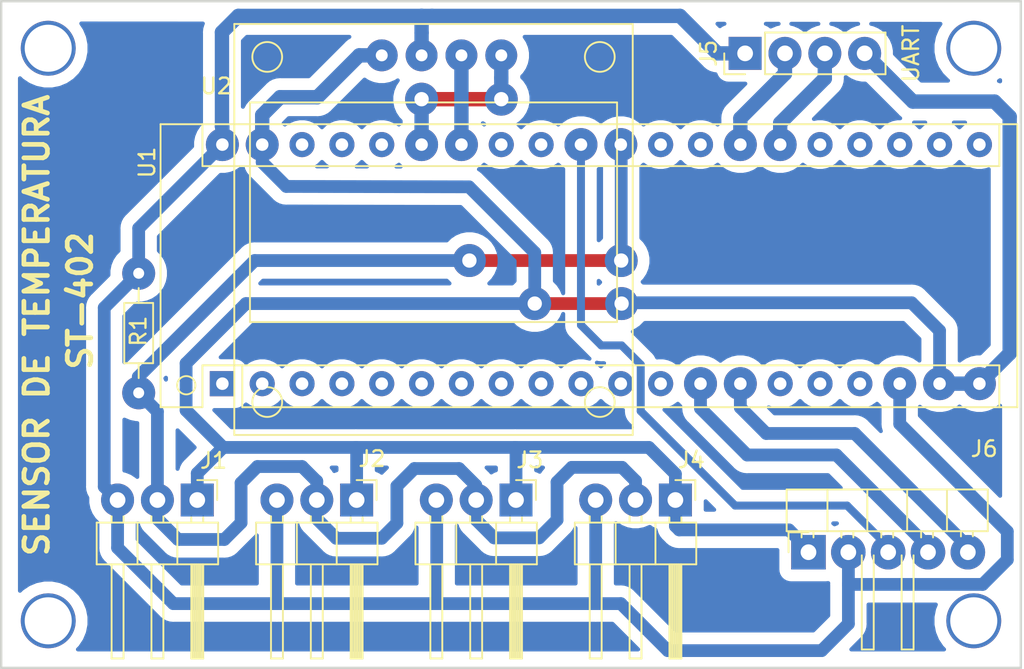
<source format=kicad_pcb>
(kicad_pcb (version 20171130) (host pcbnew "(5.1.5)-3")

  (general
    (thickness 1.6)
    (drawings 6)
    (tracks 158)
    (zones 0)
    (modules 9)
    (nets 38)
  )

  (page A4)
  (layers
    (0 F.Cu signal)
    (31 B.Cu signal)
    (32 B.Adhes user)
    (33 F.Adhes user)
    (34 B.Paste user)
    (35 F.Paste user)
    (36 B.SilkS user)
    (37 F.SilkS user)
    (38 B.Mask user)
    (39 F.Mask user)
    (40 Dwgs.User user)
    (41 Cmts.User user)
    (42 Eco1.User user)
    (43 Eco2.User user)
    (44 Edge.Cuts user)
    (45 Margin user)
    (46 B.CrtYd user)
    (47 F.CrtYd user)
    (48 B.Fab user)
    (49 F.Fab user hide)
  )

  (setup
    (last_trace_width 0.8128)
    (user_trace_width 0.2032)
    (user_trace_width 0.3048)
    (user_trace_width 0.508)
    (user_trace_width 0.635)
    (user_trace_width 0.762)
    (user_trace_width 0.8128)
    (user_trace_width 0.9144)
    (user_trace_width 1.27)
    (user_trace_width 1.524)
    (user_trace_width 1.905)
    (user_trace_width 2.032)
    (user_trace_width 2.286)
    (user_trace_width 2.54)
    (user_trace_width 3.556)
    (trace_clearance 0.1778)
    (zone_clearance 0.7508)
    (zone_45_only no)
    (trace_min 0.2)
    (via_size 1.016)
    (via_drill 0.4064)
    (via_min_size 0.6)
    (via_min_drill 0.4)
    (user_via 1.016 0.4064)
    (user_via 1.1176 0.508)
    (user_via 1.3208 0.7112)
    (user_via 1.524 0.9144)
    (user_via 2.032 0.9144)
    (user_via 3.5 3)
    (user_via 3.556 1.524)
    (uvia_size 0.3048)
    (uvia_drill 0.1016)
    (uvias_allowed no)
    (uvia_min_size 0.2)
    (uvia_min_drill 0.1)
    (edge_width 0.05)
    (segment_width 0.2)
    (pcb_text_width 0.3)
    (pcb_text_size 1.5 1.5)
    (mod_edge_width 0.12)
    (mod_text_size 1 1)
    (mod_text_width 0.15)
    (pad_size 2.1 2.1)
    (pad_drill 0.8)
    (pad_to_mask_clearance 0.051)
    (solder_mask_min_width 0.25)
    (aux_axis_origin 0 0)
    (visible_elements 7FFFFFFF)
    (pcbplotparams
      (layerselection 0x010fc_ffffffff)
      (usegerberextensions false)
      (usegerberattributes false)
      (usegerberadvancedattributes false)
      (creategerberjobfile false)
      (excludeedgelayer true)
      (linewidth 0.100000)
      (plotframeref false)
      (viasonmask false)
      (mode 1)
      (useauxorigin false)
      (hpglpennumber 1)
      (hpglpenspeed 20)
      (hpglpendiameter 15.000000)
      (psnegative false)
      (psa4output false)
      (plotreference true)
      (plotvalue true)
      (plotinvisibletext false)
      (padsonsilk false)
      (subtractmaskfromsilk false)
      (outputformat 1)
      (mirror false)
      (drillshape 1)
      (scaleselection 1)
      (outputdirectory ""))
  )

  (net 0 "")
  (net 1 +3V3)
  (net 2 /DQ)
  (net 3 GND)
  (net 4 /TX)
  (net 5 /RX)
  (net 6 /ENCB)
  (net 7 /ENCA)
  (net 8 /EBUT)
  (net 9 "Net-(U1-Pad5)")
  (net 10 "Net-(U1-Pad2)")
  (net 11 "Net-(U1-Pad3)")
  (net 12 "Net-(U1-Pad4)")
  (net 13 "Net-(U1-Pad21)")
  (net 14 "Net-(U1-Pad17)")
  (net 15 "Net-(U1-Pad1)")
  (net 16 "Net-(U1-Pad6)")
  (net 17 "Net-(U1-Pad22)")
  (net 18 "Net-(U1-Pad24)")
  (net 19 "Net-(U1-Pad10)")
  (net 20 "Net-(U1-Pad12)")
  (net 21 "Net-(U1-Pad7)")
  (net 22 "Net-(U1-Pad29)")
  (net 23 "Net-(U1-Pad23)")
  (net 24 "Net-(U1-Pad8)")
  (net 25 "Net-(U1-Pad25)")
  (net 26 "Net-(U1-Pad9)")
  (net 27 "Net-(U1-Pad11)")
  (net 28 "Net-(U1-Pad28)")
  (net 29 "Net-(U1-Pad15)")
  (net 30 "Net-(U1-Pad16)")
  (net 31 "Net-(U1-Pad32)")
  (net 32 "Net-(U1-Pad33)")
  (net 33 /SCL)
  (net 34 /SDA)
  (net 35 "Net-(U1-Pad36)")
  (net 36 "Net-(U1-Pad37)")
  (net 37 "Net-(U1-Pad38)")

  (net_class Default "Esta es la clase de red por defecto."
    (clearance 0.1778)
    (trace_width 0.2032)
    (via_dia 1.016)
    (via_drill 0.4064)
    (uvia_dia 0.3048)
    (uvia_drill 0.1016)
    (diff_pair_width 0.2032)
    (diff_pair_gap 0.254)
    (add_net +3V3)
    (add_net /DQ)
    (add_net /EBUT)
    (add_net /ENCA)
    (add_net /ENCB)
    (add_net /RX)
    (add_net /SCL)
    (add_net /SDA)
    (add_net /TX)
    (add_net GND)
    (add_net "Net-(U1-Pad1)")
    (add_net "Net-(U1-Pad10)")
    (add_net "Net-(U1-Pad11)")
    (add_net "Net-(U1-Pad12)")
    (add_net "Net-(U1-Pad15)")
    (add_net "Net-(U1-Pad16)")
    (add_net "Net-(U1-Pad17)")
    (add_net "Net-(U1-Pad2)")
    (add_net "Net-(U1-Pad21)")
    (add_net "Net-(U1-Pad22)")
    (add_net "Net-(U1-Pad23)")
    (add_net "Net-(U1-Pad24)")
    (add_net "Net-(U1-Pad25)")
    (add_net "Net-(U1-Pad28)")
    (add_net "Net-(U1-Pad29)")
    (add_net "Net-(U1-Pad3)")
    (add_net "Net-(U1-Pad32)")
    (add_net "Net-(U1-Pad33)")
    (add_net "Net-(U1-Pad36)")
    (add_net "Net-(U1-Pad37)")
    (add_net "Net-(U1-Pad38)")
    (add_net "Net-(U1-Pad4)")
    (add_net "Net-(U1-Pad5)")
    (add_net "Net-(U1-Pad6)")
    (add_net "Net-(U1-Pad7)")
    (add_net "Net-(U1-Pad8)")
    (add_net "Net-(U1-Pad9)")
  )

  (net_class 10p44/20 ""
    (clearance 0.254)
    (trace_width 0.254)
    (via_dia 1.1176)
    (via_drill 0.508)
    (uvia_dia 0.3048)
    (uvia_drill 0.1016)
    (diff_pair_width 0.254)
    (diff_pair_gap 0.254)
  )

  (net_class 12p52/28 ""
    (clearance 0.3048)
    (trace_width 0.3048)
    (via_dia 1.3208)
    (via_drill 0.7112)
    (uvia_dia 0.3048)
    (uvia_drill 0.1016)
    (diff_pair_width 0.3048)
    (diff_pair_gap 0.3048)
  )

  (net_class 20p ""
    (clearance 0.3048)
    (trace_width 0.508)
    (via_dia 1.3208)
    (via_drill 0.7112)
    (uvia_dia 0.3048)
    (uvia_drill 0.1016)
    (diff_pair_width 0.2032)
    (diff_pair_gap 0.3048)
  )

  (net_class 220v ""
    (clearance 0.8128)
    (trace_width 2.54)
    (via_dia 2.54)
    (via_drill 1.3208)
    (uvia_dia 0.3048)
    (uvia_drill 0.1016)
    (diff_pair_width 2.032)
    (diff_pair_gap 2.032)
  )

  (net_class 32p ""
    (clearance 0.3048)
    (trace_width 0.8128)
    (via_dia 1.3208)
    (via_drill 0.7112)
    (uvia_dia 0.3048)
    (uvia_drill 0.1016)
    (diff_pair_width 0.2032)
    (diff_pair_gap 0.254)
  )

  (net_class 40p ""
    (clearance 0.3048)
    (trace_width 1.016)
    (via_dia 1.3208)
    (via_drill 0.7112)
    (uvia_dia 0.3048)
    (uvia_drill 0.1016)
    (diff_pair_width 0.2032)
    (diff_pair_gap 0.254)
  )

  (module "Modulos Varios:Encoder_Rotativo" (layer F.Cu) (tedit 610EE80A) (tstamp 610F47F9)
    (at 102.4636 54.1274 270)
    (path /610E65E4)
    (fp_text reference J6 (at -6.58876 -11.2014 180) (layer F.SilkS)
      (effects (font (size 1 1) (thickness 0.15)))
    )
    (fp_text value Encoder (at -6.9 -4.4) (layer F.Fab)
      (effects (font (size 1 1) (thickness 0.15)))
    )
    (fp_line (start 0.14 -6) (end 6.14 -6) (layer F.Fab) (width 0.1))
    (fp_line (start 6.2 -4.16) (end 0.2 -4.16) (layer F.SilkS) (width 0.12))
    (fp_line (start -0.32 -7.3) (end -0.32 -7.94) (layer F.Fab) (width 0.1))
    (fp_line (start -2.035 -11.37) (end -3.94 -11.37) (layer F.Fab) (width 0.1))
    (fp_line (start -3.94 1.33) (end -1.4 1.33) (layer F.Fab) (width 0.1))
    (fp_line (start -1.34 -6.29) (end -4 -6.29) (layer F.SilkS) (width 0.12))
    (fp_line (start -1.34 -8.83) (end -4 -8.83) (layer F.SilkS) (width 0.12))
    (fp_line (start 0.14 -3.46) (end 6.14 -3.46) (layer F.Fab) (width 0.1))
    (fp_line (start 0.14 -4.1) (end 6.14 -4.1) (layer F.Fab) (width 0.1))
    (fp_line (start -1.01 -10.48) (end -1.34 -10.48) (layer F.SilkS) (width 0.12))
    (fp_line (start -1.01 -9.72) (end -1.34 -9.72) (layer F.SilkS) (width 0.12))
    (fp_line (start -4 -11.43) (end -1.34 -11.43) (layer F.SilkS) (width 0.12))
    (fp_line (start -0.32 -2.22) (end -0.32 -2.86) (layer F.Fab) (width 0.1))
    (fp_line (start -3.94 -11.37) (end -3.94 1.33) (layer F.Fab) (width 0.1))
    (fp_line (start -0.32 -4.76) (end -0.32 -5.4) (layer F.Fab) (width 0.1))
    (fp_line (start -0.32 0.32) (end -0.32 -0.32) (layer F.Fab) (width 0.1))
    (fp_line (start -1.34 -11.43) (end -1.34 1.39) (layer F.SilkS) (width 0.12))
    (fp_line (start 6.14 -6) (end 6.14 -6.64) (layer F.Fab) (width 0.1))
    (fp_line (start 0.14 -6.64) (end 6.14 -6.64) (layer F.Fab) (width 0.1))
    (fp_line (start -0.942929 -7.18) (end -1.34 -7.18) (layer F.SilkS) (width 0.12))
    (fp_line (start 6.2 -3.4) (end 6.2 -4.16) (layer F.SilkS) (width 0.12))
    (fp_line (start -1.34 1.39) (end -4 1.39) (layer F.SilkS) (width 0.12))
    (fp_line (start -1.4 -10.735) (end -2.035 -11.37) (layer F.Fab) (width 0.1))
    (fp_line (start -0.942929 -5.4) (end -1.34 -5.4) (layer F.SilkS) (width 0.12))
    (fp_line (start -0.942929 -4.64) (end -1.34 -4.64) (layer F.SilkS) (width 0.12))
    (fp_line (start -1.34 -3.75) (end -4 -3.75) (layer F.SilkS) (width 0.12))
    (fp_line (start -4 1.39) (end -4 -11.43) (layer F.SilkS) (width 0.12))
    (fp_line (start -0.32 -9.84) (end -0.32 -10.48) (layer F.Fab) (width 0.1))
    (fp_line (start 0.2 -3.4) (end 6.2 -3.4) (layer F.SilkS) (width 0.12))
    (fp_line (start 0.2 -5.94) (end 6.2 -5.94) (layer F.SilkS) (width 0.12))
    (fp_line (start -1.4 1.33) (end -1.4 -10.735) (layer F.Fab) (width 0.1))
    (fp_line (start -0.942929 -7.94) (end -1.34 -7.94) (layer F.SilkS) (width 0.12))
    (fp_line (start 6.14 -3.46) (end 6.14 -4.1) (layer F.Fab) (width 0.1))
    (fp_line (start 2 -11.95) (end 2 6.7) (layer F.CrtYd) (width 0.05))
    (fp_line (start -6 -11.95) (end 2 -11.95) (layer F.CrtYd) (width 0.05))
    (fp_line (start -0.942929 -2.1) (end -1.34 -2.1) (layer F.SilkS) (width 0.12))
    (fp_line (start -1.27 1.27) (end 0 1.27) (layer F.SilkS) (width 0.12))
    (fp_line (start 6.2 -6.7) (end 0.2 -6.7) (layer F.SilkS) (width 0.12))
    (fp_line (start 2 6.7) (end -6 6.7) (layer F.CrtYd) (width 0.05))
    (fp_line (start -0.942929 0.44) (end -1.34 0.44) (layer F.SilkS) (width 0.12))
    (fp_line (start 6.2 -5.94) (end 6.2 -6.7) (layer F.SilkS) (width 0.12))
    (fp_line (start -6 6.7) (end -6 -11.95) (layer F.CrtYd) (width 0.05))
    (fp_line (start -1.34 -1.21) (end -4 -1.21) (layer F.SilkS) (width 0.12))
    (fp_line (start -0.942929 -2.86) (end -1.34 -2.86) (layer F.SilkS) (width 0.12))
    (fp_line (start -1.27 0) (end -1.27 1.27) (layer F.SilkS) (width 0.12))
    (fp_line (start -0.942929 -0.32) (end -1.34 -0.32) (layer F.SilkS) (width 0.12))
    (pad 1 thru_hole rect (at 0 0 90) (size 2.2 2.2) (drill 1) (layers *.Cu *.Mask)
      (net 3 GND))
    (pad 5 thru_hole oval (at 0 -10.16 90) (size 2.2 2.2) (drill 1) (layers *.Cu *.Mask)
      (net 6 /ENCB))
    (pad 2 thru_hole oval (at 0 -2.54 90) (size 2.2 2.2) (drill 1) (layers *.Cu *.Mask)
      (net 1 +3V3))
    (pad 4 thru_hole oval (at 0 -7.62 90) (size 2.2 2.2) (drill 1) (layers *.Cu *.Mask)
      (net 7 /ENCA))
    (pad 3 thru_hole oval (at 0 -5.08 90) (size 2.2 2.2) (drill 1) (layers *.Cu *.Mask)
      (net 8 /EBUT))
    (model "${KICAD_PROPIA}/rotary encoder_chesr_2013.stp"
      (offset (xyz -11.05 -25.3 -7.3))
      (scale (xyz 1 1 1))
      (rotate (xyz 0 -90 0))
    )
  )

  (module "Modulos Varios:Blue_Pill" (layer F.Cu) (tedit 610EEAC0) (tstamp 610EC35C)
    (at 65.1002 43.3832 90)
    (path /610DF990)
    (fp_text reference U1 (at 14.1 -4.8 90) (layer F.SilkS)
      (effects (font (size 1 1) (thickness 0.15)))
    )
    (fp_text value Blue_Pill (at 7.9 22.8) (layer F.Fab)
      (effects (font (size 1 1) (thickness 0.15)))
    )
    (fp_line (start 11.33 40.894) (end 11.33 51.054) (layer F.Fab) (width 0.1))
    (fp_line (start 11.33 51.054) (end 3.71 51.054) (layer F.Fab) (width 0.1))
    (fp_line (start 16.41 -3.81) (end 16.41 50.546) (layer F.Fab) (width 0.1))
    (fp_line (start 16.54 50.676) (end 16.54 -3.94) (layer F.SilkS) (width 0.12))
    (fp_line (start 1.17 1.27) (end 1.17 -1.27) (layer F.SilkS) (width 0.12))
    (fp_line (start 13.87 49.53) (end 16.54 49.53) (layer F.SilkS) (width 0.12))
    (fp_line (start 3.71 40.894) (end 11.33 40.894) (layer F.Fab) (width 0.1))
    (fp_line (start -1.37 -2.54) (end -0.1 -3.81) (layer F.Fab) (width 0.1))
    (fp_line (start -1.5 1.27) (end -1.5 50.676) (layer F.SilkS) (width 0.12))
    (fp_line (start -1.5 50.676) (end 16.54 50.676) (layer F.SilkS) (width 0.12))
    (fp_line (start 16.54 -3.94) (end -1.5 -3.94) (layer F.SilkS) (width 0.12))
    (fp_line (start 16.41 50.546) (end -1.37 50.546) (layer F.Fab) (width 0.1))
    (fp_circle (center -0.1 -2.3) (end -0.6 -2.6) (layer F.SilkS) (width 0.12))
    (fp_line (start 1.17 49.53) (end -1.5 49.53) (layer F.SilkS) (width 0.12))
    (fp_line (start 3.71 51.054) (end 3.71 40.894) (layer F.Fab) (width 0.1))
    (fp_line (start -3.65 -4.06) (end -3.65 50.8) (layer F.CrtYd) (width 0.05))
    (fp_line (start 19 50.8) (end -3.65 50.8) (layer F.CrtYd) (width 0.05))
    (fp_line (start -1.5 -3.94) (end -1.5 -1.27) (layer F.SilkS) (width 0.12))
    (fp_line (start -0.1 -3.81) (end 16.41 -3.81) (layer F.Fab) (width 0.1))
    (fp_line (start 1.17 -1.27) (end -1.5 -1.27) (layer F.SilkS) (width 0.12))
    (fp_line (start -3.65 -4.06) (end 19 -4.06) (layer F.CrtYd) (width 0.05))
    (fp_line (start 19 50.8) (end 19 -4.06) (layer F.CrtYd) (width 0.05))
    (fp_line (start 1.17 1.27) (end -1.5 1.27) (layer F.SilkS) (width 0.12))
    (fp_line (start 13.87 -1.27) (end 16.54 -1.27) (layer F.SilkS) (width 0.12))
    (fp_line (start -1.37 50.546) (end -1.37 -2.54) (layer F.Fab) (width 0.1))
    (fp_line (start 13.87 -1.27) (end 13.87 49.53) (layer F.SilkS) (width 0.12))
    (fp_line (start 1.17 1.27) (end 1.17 49.53) (layer F.SilkS) (width 0.12))
    (pad 5 thru_hole oval (at 0 10.16 90) (size 1.6 1.6) (drill 0.8) (layers *.Cu *.Mask)
      (net 9 "Net-(U1-Pad5)"))
    (pad 2 thru_hole oval (at 0 2.54 90) (size 1.6 1.6) (drill 0.8) (layers *.Cu *.Mask)
      (net 10 "Net-(U1-Pad2)"))
    (pad 19 thru_hole oval (at 0 45.72 90) (size 2.1 2.1) (drill 0.8) (layers *.Cu *.Mask)
      (net 3 GND))
    (pad 20 thru_hole oval (at 0 48.26 90) (size 2.1 2.1) (drill 0.8) (layers *.Cu *.Mask)
      (net 3 GND))
    (pad 3 thru_hole oval (at 0 5.08 90) (size 1.6 1.6) (drill 0.8) (layers *.Cu *.Mask)
      (net 11 "Net-(U1-Pad3)"))
    (pad 4 thru_hole oval (at 0 7.62 90) (size 1.6 1.6) (drill 0.8) (layers *.Cu *.Mask)
      (net 12 "Net-(U1-Pad4)"))
    (pad 21 thru_hole oval (at 15.24 48.26 90) (size 1.6 1.6) (drill 0.8) (layers *.Cu *.Mask)
      (net 13 "Net-(U1-Pad21)"))
    (pad 18 thru_hole oval (at 0 43.18 90) (size 2.1 2.1) (drill 0.8) (layers *.Cu *.Mask)
      (net 1 +3V3))
    (pad 17 thru_hole oval (at 0 40.64 90) (size 1.6 1.6) (drill 0.8) (layers *.Cu *.Mask)
      (net 14 "Net-(U1-Pad17)"))
    (pad 1 thru_hole rect (at 0 0 90) (size 1.6 1.6) (drill 0.8) (layers *.Cu *.Mask)
      (net 15 "Net-(U1-Pad1)"))
    (pad 6 thru_hole oval (at 0 12.7 90) (size 1.6 1.6) (drill 0.8) (layers *.Cu *.Mask)
      (net 16 "Net-(U1-Pad6)"))
    (pad 22 thru_hole oval (at 15.24 45.72 90) (size 1.6 1.6) (drill 0.8) (layers *.Cu *.Mask)
      (net 17 "Net-(U1-Pad22)"))
    (pad 30 thru_hole oval (at 15.24 25.4 90) (size 2.1 2.1) (drill 0.8) (layers *.Cu *.Mask)
      (net 2 /DQ))
    (pad 24 thru_hole oval (at 15.24 40.64 90) (size 1.6 1.6) (drill 0.8) (layers *.Cu *.Mask)
      (net 18 "Net-(U1-Pad24)"))
    (pad 10 thru_hole oval (at 0 22.86 90) (size 1.6 1.6) (drill 0.8) (layers *.Cu *.Mask)
      (net 19 "Net-(U1-Pad10)"))
    (pad 26 thru_hole oval (at 15.24 35.56 90) (size 2.1 2.1) (drill 0.8) (layers *.Cu *.Mask)
      (net 4 /TX))
    (pad 12 thru_hole oval (at 0 27.94 90) (size 1.6 1.6) (drill 0.8) (layers *.Cu *.Mask)
      (net 20 "Net-(U1-Pad12)"))
    (pad 13 thru_hole oval (at 0 30.48 90) (size 2.1 2.1) (drill 0.8) (layers *.Cu *.Mask)
      (net 7 /ENCA))
    (pad 7 thru_hole oval (at 0 15.24 90) (size 1.6 1.6) (drill 0.8) (layers *.Cu *.Mask)
      (net 21 "Net-(U1-Pad7)"))
    (pad 29 thru_hole oval (at 15.24 27.94 90) (size 1.6 1.6) (drill 0.8) (layers *.Cu *.Mask)
      (net 22 "Net-(U1-Pad29)"))
    (pad 27 thru_hole oval (at 15.24 33.02 90) (size 2.1 2.1) (drill 0.8) (layers *.Cu *.Mask)
      (net 5 /RX))
    (pad 23 thru_hole oval (at 15.24 43.18 90) (size 1.6 1.6) (drill 0.8) (layers *.Cu *.Mask)
      (net 23 "Net-(U1-Pad23)"))
    (pad 8 thru_hole oval (at 0 17.78 90) (size 1.6 1.6) (drill 0.8) (layers *.Cu *.Mask)
      (net 24 "Net-(U1-Pad8)"))
    (pad 25 thru_hole oval (at 15.24 38.1 90) (size 1.6 1.6) (drill 0.8) (layers *.Cu *.Mask)
      (net 25 "Net-(U1-Pad25)"))
    (pad 9 thru_hole oval (at 0 20.32 90) (size 1.6 1.6) (drill 0.8) (layers *.Cu *.Mask)
      (net 26 "Net-(U1-Pad9)"))
    (pad 11 thru_hole oval (at 0 25.4 90) (size 1.6 1.6) (drill 0.8) (layers *.Cu *.Mask)
      (net 27 "Net-(U1-Pad11)"))
    (pad 28 thru_hole oval (at 15.24 30.48 90) (size 1.6 1.6) (drill 0.8) (layers *.Cu *.Mask)
      (net 28 "Net-(U1-Pad28)"))
    (pad 14 thru_hole oval (at 0 33.02 90) (size 2.1 2.1) (drill 0.8) (layers *.Cu *.Mask)
      (net 6 /ENCB))
    (pad 15 thru_hole oval (at 0 35.56 90) (size 1.6 1.6) (drill 0.8) (layers *.Cu *.Mask)
      (net 29 "Net-(U1-Pad15)"))
    (pad 16 thru_hole oval (at 0 38.1 90) (size 1.6 1.6) (drill 0.8) (layers *.Cu *.Mask)
      (net 30 "Net-(U1-Pad16)"))
    (pad 31 thru_hole oval (at 15.24 22.86 90) (size 2.1 2.1) (drill 0.8) (layers *.Cu *.Mask)
      (net 8 /EBUT))
    (pad 32 thru_hole oval (at 15.24 20.32 90) (size 1.6 1.6) (drill 0.8) (layers *.Cu *.Mask)
      (net 31 "Net-(U1-Pad32)"))
    (pad 33 thru_hole oval (at 15.24 17.78 90) (size 1.6 1.6) (drill 0.8) (layers *.Cu *.Mask)
      (net 32 "Net-(U1-Pad33)"))
    (pad 34 thru_hole oval (at 15.24 15.24 90) (size 2.1 2.1) (drill 0.8) (layers *.Cu *.Mask)
      (net 33 /SCL))
    (pad 35 thru_hole oval (at 15.24 12.7 90) (size 2.1 2.1) (drill 0.8) (layers *.Cu *.Mask)
      (net 34 /SDA))
    (pad 36 thru_hole oval (at 15.24 10.16 90) (size 1.6 1.6) (drill 0.8) (layers *.Cu *.Mask)
      (net 35 "Net-(U1-Pad36)"))
    (pad 37 thru_hole oval (at 15.24 7.62 90) (size 1.6 1.6) (drill 0.8) (layers *.Cu *.Mask)
      (net 36 "Net-(U1-Pad37)"))
    (pad 38 thru_hole oval (at 15.24 5.08 90) (size 1.6 1.6) (drill 0.8) (layers *.Cu *.Mask)
      (net 37 "Net-(U1-Pad38)"))
    (pad 39 thru_hole oval (at 15.24 2.54 90) (size 2.1 2.1) (drill 0.8) (layers *.Cu *.Mask)
      (net 3 GND))
    (pad 40 thru_hole oval (at 15.24 0 90) (size 2.1 2.1) (drill 0.8) (layers *.Cu *.Mask)
      (net 1 +3V3))
    (model ${KISYS3DMOD}/Connector_PinHeader_2.54mm.3dshapes/PinHeader_1x20_P2.54mm_Vertical.wrl
      (offset (xyz 0 -48.26 2.6))
      (scale (xyz 1 1 1))
      (rotate (xyz 180 0 0))
    )
    (model ${KISYS3DMOD}/Connector_PinHeader_2.54mm.3dshapes/PinHeader_1x20_P2.54mm_Vertical.wrl
      (offset (xyz 15.24 -48.26 2.6))
      (scale (xyz 1 1 1))
      (rotate (xyz 180 0 0))
    )
    (model ${KICAD_PROPIA}/BluePill.step
      (offset (xyz 15.2 -48.2 2.7))
      (scale (xyz 1 1 1))
      (rotate (xyz 0 0 180))
    )
  )

  (module "Modulos Varios:SSD1306" (layer F.Cu) (tedit 610EA1DD) (tstamp 610F66B7)
    (at 75.2602 22.4536)
    (path /610E5C14)
    (fp_text reference U2 (at -10.55116 1.96088) (layer F.SilkS)
      (effects (font (size 1 1) (thickness 0.15)))
    )
    (fp_text value SSD1306 (at -12.89304 0.32258) (layer F.Fab)
      (effects (font (size 1 1) (thickness 0.15)))
    )
    (fp_line (start -8.4 17) (end -8.4 3) (layer F.SilkS) (width 0.12))
    (fp_line (start 15 17) (end -8.4 17) (layer F.SilkS) (width 0.12))
    (fp_line (start 15 3) (end 15 17) (layer F.SilkS) (width 0.12))
    (fp_line (start -8.4 3) (end 15 3) (layer F.SilkS) (width 0.12))
    (fp_circle (center 13.9 22.1) (end 14.85 22.1) (layer F.SilkS) (width 0.12))
    (fp_circle (center -7.3 22.1) (end -6.35 22.1) (layer F.SilkS) (width 0.12))
    (fp_circle (center 13.9 0.1) (end 14.85 0.1) (layer F.SilkS) (width 0.12))
    (fp_circle (center -7.3 0.1) (end -6.35 0.1) (layer F.SilkS) (width 0.12))
    (fp_line (start -9.4 24.2) (end -9.4 -2) (layer F.SilkS) (width 0.12))
    (fp_line (start 16 24.2) (end -9.4 24.2) (layer F.SilkS) (width 0.12))
    (fp_line (start 16 -2) (end 16 24.2) (layer F.SilkS) (width 0.12))
    (fp_line (start -9.4 -2) (end 16 -2) (layer F.SilkS) (width 0.12))
    (pad 4 thru_hole circle (at 7.62 0) (size 2.032 2.032) (drill 0.762) (layers *.Cu *.Mask)
      (net 34 /SDA))
    (pad 3 thru_hole circle (at 5.08 0) (size 2.032 2.032) (drill 0.762) (layers *.Cu *.Mask)
      (net 33 /SCL))
    (pad 2 thru_hole circle (at 2.54 0) (size 2.032 2.032) (drill 0.762) (layers *.Cu *.Mask)
      (net 1 +3V3))
    (pad 1 thru_hole circle (at 0 0) (size 2.032 2.032) (drill 0.762) (layers *.Cu *.Mask)
      (net 3 GND))
    (model ${KISYS3DMOD}/Connector_PinSocket_2.54mm.3dshapes/PinSocket_1x04_P2.54mm_Vertical.wrl
      (offset (xyz 7.6 0 0))
      (scale (xyz 1 1 1))
      (rotate (xyz 0 0 90))
    )
    (model ${KISYS3DMOD}/Connector_PinHeader_2.54mm.3dshapes/PinHeader_1x04_P2.54mm_Vertical.wrl
      (offset (xyz 0 0 9.6))
      (scale (xyz 1 1 1))
      (rotate (xyz 180 0 90))
    )
    (model "${KICAD_PROPIA}/SSD1306 OLED M0.96.stp"
      (offset (xyz 3.8 -12.1 9.75))
      (scale (xyz 1 1 1))
      (rotate (xyz 0 0 0))
    )
  )

  (module Resistor_THT:R_Axial_DIN0204_L3.6mm_D1.6mm_P7.62mm_Horizontal (layer F.Cu) (tedit 610EE9EC) (tstamp 610F665C)
    (at 59.7662 36.3474 270)
    (descr "Resistor, Axial_DIN0204 series, Axial, Horizontal, pin pitch=7.62mm, 0.167W, length*diameter=3.6*1.6mm^2, http://cdn-reichelt.de/documents/datenblatt/B400/1_4W%23YAG.pdf")
    (tags "Resistor Axial_DIN0204 series Axial Horizontal pin pitch 7.62mm 0.167W length 3.6mm diameter 1.6mm")
    (path /610E83CB)
    (fp_text reference R1 (at 3.68808 0.02286 90) (layer F.SilkS)
      (effects (font (size 1 1) (thickness 0.15)))
    )
    (fp_text value 4K7 (at 3.81 1.92 90) (layer F.Fab)
      (effects (font (size 1 1) (thickness 0.15)))
    )
    (fp_text user %R (at 3.81 0 90) (layer F.Fab)
      (effects (font (size 0.72 0.72) (thickness 0.108)))
    )
    (fp_line (start 8.57 -1.05) (end -0.95 -1.05) (layer F.CrtYd) (width 0.05))
    (fp_line (start 8.57 1.05) (end 8.57 -1.05) (layer F.CrtYd) (width 0.05))
    (fp_line (start -0.95 1.05) (end 8.57 1.05) (layer F.CrtYd) (width 0.05))
    (fp_line (start -0.95 -1.05) (end -0.95 1.05) (layer F.CrtYd) (width 0.05))
    (fp_line (start 6.68 0) (end 5.73 0) (layer F.SilkS) (width 0.12))
    (fp_line (start 0.94 0) (end 1.89 0) (layer F.SilkS) (width 0.12))
    (fp_line (start 5.73 -0.92) (end 1.89 -0.92) (layer F.SilkS) (width 0.12))
    (fp_line (start 5.73 0.92) (end 5.73 -0.92) (layer F.SilkS) (width 0.12))
    (fp_line (start 1.89 0.92) (end 5.73 0.92) (layer F.SilkS) (width 0.12))
    (fp_line (start 1.89 -0.92) (end 1.89 0.92) (layer F.SilkS) (width 0.12))
    (fp_line (start 7.62 0) (end 5.61 0) (layer F.Fab) (width 0.1))
    (fp_line (start 0 0) (end 2.01 0) (layer F.Fab) (width 0.1))
    (fp_line (start 5.61 -0.8) (end 2.01 -0.8) (layer F.Fab) (width 0.1))
    (fp_line (start 5.61 0.8) (end 5.61 -0.8) (layer F.Fab) (width 0.1))
    (fp_line (start 2.01 0.8) (end 5.61 0.8) (layer F.Fab) (width 0.1))
    (fp_line (start 2.01 -0.8) (end 2.01 0.8) (layer F.Fab) (width 0.1))
    (pad 2 thru_hole oval (at 7.62 0 270) (size 2.1 2.1) (drill 0.7) (layers *.Cu *.Mask)
      (net 2 /DQ))
    (pad 1 thru_hole circle (at 0 0 270) (size 2.1 2.1) (drill 0.7) (layers *.Cu *.Mask)
      (net 1 +3V3))
    (model ${KISYS3DMOD}/Resistor_THT.3dshapes/R_Axial_DIN0204_L3.6mm_D1.6mm_P7.62mm_Horizontal.wrl
      (at (xyz 0 0 0))
      (scale (xyz 1 1 1))
      (rotate (xyz 0 0 0))
    )
  )

  (module Connector_PinHeader_2.54mm:PinHeader_1x04_P2.54mm_Vertical (layer F.Cu) (tedit 610EE9DC) (tstamp 610F660D)
    (at 98.425 22.3266 90)
    (descr "Through hole straight pin header, 1x04, 2.54mm pitch, single row")
    (tags "Through hole pin header THT 1x04 2.54mm single row")
    (path /610EA77E)
    (fp_text reference J5 (at 0 -2.33 90) (layer F.SilkS)
      (effects (font (size 1 1) (thickness 0.15)))
    )
    (fp_text value UART (at -0.00762 10.57402 90) (layer F.SilkS)
      (effects (font (size 1 1) (thickness 0.15)))
    )
    (fp_text user %R (at 0.0381 3.79984) (layer F.Fab)
      (effects (font (size 1 1) (thickness 0.15)))
    )
    (fp_line (start 1.8 -1.8) (end -1.8 -1.8) (layer F.CrtYd) (width 0.05))
    (fp_line (start 1.8 9.4) (end 1.8 -1.8) (layer F.CrtYd) (width 0.05))
    (fp_line (start -1.8 9.4) (end 1.8 9.4) (layer F.CrtYd) (width 0.05))
    (fp_line (start -1.8 -1.8) (end -1.8 9.4) (layer F.CrtYd) (width 0.05))
    (fp_line (start -1.33 -1.33) (end 0 -1.33) (layer F.SilkS) (width 0.12))
    (fp_line (start -1.33 0) (end -1.33 -1.33) (layer F.SilkS) (width 0.12))
    (fp_line (start -1.33 1.27) (end 1.33 1.27) (layer F.SilkS) (width 0.12))
    (fp_line (start 1.33 1.27) (end 1.33 8.95) (layer F.SilkS) (width 0.12))
    (fp_line (start -1.33 1.27) (end -1.33 8.95) (layer F.SilkS) (width 0.12))
    (fp_line (start -1.33 8.95) (end 1.33 8.95) (layer F.SilkS) (width 0.12))
    (fp_line (start -1.27 -0.635) (end -0.635 -1.27) (layer F.Fab) (width 0.1))
    (fp_line (start -1.27 8.89) (end -1.27 -0.635) (layer F.Fab) (width 0.1))
    (fp_line (start 1.27 8.89) (end -1.27 8.89) (layer F.Fab) (width 0.1))
    (fp_line (start 1.27 -1.27) (end 1.27 8.89) (layer F.Fab) (width 0.1))
    (fp_line (start -0.635 -1.27) (end 1.27 -1.27) (layer F.Fab) (width 0.1))
    (pad 4 thru_hole oval (at 0 7.62 90) (size 2.1 2.1) (drill 1) (layers *.Cu *.Mask)
      (net 3 GND))
    (pad 3 thru_hole oval (at 0 5.08 90) (size 2.1 2.1) (drill 1) (layers *.Cu *.Mask)
      (net 4 /TX))
    (pad 2 thru_hole oval (at 0 2.54 90) (size 2.1 2.1) (drill 1) (layers *.Cu *.Mask)
      (net 5 /RX))
    (pad 1 thru_hole rect (at 0 0 90) (size 2.1 2.1) (drill 1) (layers *.Cu *.Mask)
      (net 1 +3V3))
    (model ${KISYS3DMOD}/Connector_PinHeader_2.54mm.3dshapes/PinHeader_1x04_P2.54mm_Vertical.wrl
      (at (xyz 0 0 0))
      (scale (xyz 1 1 1))
      (rotate (xyz 0 0 0))
    )
  )

  (module Connector_PinHeader_2.54mm:PinHeader_1x03_P2.54mm_Horizontal (layer F.Cu) (tedit 610EE8FD) (tstamp 610F65F5)
    (at 93.98 50.8 270)
    (descr "Through hole angled pin header, 1x03, 2.54mm pitch, 6mm pin length, single row")
    (tags "Through hole angled pin header THT 1x03 2.54mm single row")
    (path /6110FC99)
    (fp_text reference J4 (at -2.55016 -1.016) (layer F.SilkS)
      (effects (font (size 1 1) (thickness 0.15)))
    )
    (fp_text value Conn_01x03 (at 4.385 7.35 90) (layer F.Fab)
      (effects (font (size 1 1) (thickness 0.15)))
    )
    (fp_text user %R (at 2.77 2.54) (layer F.Fab)
      (effects (font (size 1 1) (thickness 0.15)))
    )
    (fp_line (start 10.55 -1.8) (end -1.8 -1.8) (layer F.CrtYd) (width 0.05))
    (fp_line (start 10.55 6.85) (end 10.55 -1.8) (layer F.CrtYd) (width 0.05))
    (fp_line (start -1.8 6.85) (end 10.55 6.85) (layer F.CrtYd) (width 0.05))
    (fp_line (start -1.8 -1.8) (end -1.8 6.85) (layer F.CrtYd) (width 0.05))
    (fp_line (start -1.27 -1.27) (end 0 -1.27) (layer F.SilkS) (width 0.12))
    (fp_line (start -1.27 0) (end -1.27 -1.27) (layer F.SilkS) (width 0.12))
    (fp_line (start 1.042929 5.46) (end 1.44 5.46) (layer F.SilkS) (width 0.12))
    (fp_line (start 1.042929 4.7) (end 1.44 4.7) (layer F.SilkS) (width 0.12))
    (fp_line (start 10.1 5.46) (end 4.1 5.46) (layer F.SilkS) (width 0.12))
    (fp_line (start 10.1 4.7) (end 10.1 5.46) (layer F.SilkS) (width 0.12))
    (fp_line (start 4.1 4.7) (end 10.1 4.7) (layer F.SilkS) (width 0.12))
    (fp_line (start 1.44 3.81) (end 4.1 3.81) (layer F.SilkS) (width 0.12))
    (fp_line (start 1.042929 2.92) (end 1.44 2.92) (layer F.SilkS) (width 0.12))
    (fp_line (start 1.042929 2.16) (end 1.44 2.16) (layer F.SilkS) (width 0.12))
    (fp_line (start 10.1 2.92) (end 4.1 2.92) (layer F.SilkS) (width 0.12))
    (fp_line (start 10.1 2.16) (end 10.1 2.92) (layer F.SilkS) (width 0.12))
    (fp_line (start 4.1 2.16) (end 10.1 2.16) (layer F.SilkS) (width 0.12))
    (fp_line (start 1.44 1.27) (end 4.1 1.27) (layer F.SilkS) (width 0.12))
    (fp_line (start 1.11 0.38) (end 1.44 0.38) (layer F.SilkS) (width 0.12))
    (fp_line (start 1.11 -0.38) (end 1.44 -0.38) (layer F.SilkS) (width 0.12))
    (fp_line (start 4.1 0.28) (end 10.1 0.28) (layer F.SilkS) (width 0.12))
    (fp_line (start 4.1 0.16) (end 10.1 0.16) (layer F.SilkS) (width 0.12))
    (fp_line (start 4.1 0.04) (end 10.1 0.04) (layer F.SilkS) (width 0.12))
    (fp_line (start 4.1 -0.08) (end 10.1 -0.08) (layer F.SilkS) (width 0.12))
    (fp_line (start 4.1 -0.2) (end 10.1 -0.2) (layer F.SilkS) (width 0.12))
    (fp_line (start 4.1 -0.32) (end 10.1 -0.32) (layer F.SilkS) (width 0.12))
    (fp_line (start 10.1 0.38) (end 4.1 0.38) (layer F.SilkS) (width 0.12))
    (fp_line (start 10.1 -0.38) (end 10.1 0.38) (layer F.SilkS) (width 0.12))
    (fp_line (start 4.1 -0.38) (end 10.1 -0.38) (layer F.SilkS) (width 0.12))
    (fp_line (start 4.1 -1.33) (end 1.44 -1.33) (layer F.SilkS) (width 0.12))
    (fp_line (start 4.1 6.41) (end 4.1 -1.33) (layer F.SilkS) (width 0.12))
    (fp_line (start 1.44 6.41) (end 4.1 6.41) (layer F.SilkS) (width 0.12))
    (fp_line (start 1.44 -1.33) (end 1.44 6.41) (layer F.SilkS) (width 0.12))
    (fp_line (start 4.04 5.4) (end 10.04 5.4) (layer F.Fab) (width 0.1))
    (fp_line (start 10.04 4.76) (end 10.04 5.4) (layer F.Fab) (width 0.1))
    (fp_line (start 4.04 4.76) (end 10.04 4.76) (layer F.Fab) (width 0.1))
    (fp_line (start -0.32 5.4) (end 1.5 5.4) (layer F.Fab) (width 0.1))
    (fp_line (start -0.32 4.76) (end -0.32 5.4) (layer F.Fab) (width 0.1))
    (fp_line (start -0.32 4.76) (end 1.5 4.76) (layer F.Fab) (width 0.1))
    (fp_line (start 4.04 2.86) (end 10.04 2.86) (layer F.Fab) (width 0.1))
    (fp_line (start 10.04 2.22) (end 10.04 2.86) (layer F.Fab) (width 0.1))
    (fp_line (start 4.04 2.22) (end 10.04 2.22) (layer F.Fab) (width 0.1))
    (fp_line (start -0.32 2.86) (end 1.5 2.86) (layer F.Fab) (width 0.1))
    (fp_line (start -0.32 2.22) (end -0.32 2.86) (layer F.Fab) (width 0.1))
    (fp_line (start -0.32 2.22) (end 1.5 2.22) (layer F.Fab) (width 0.1))
    (fp_line (start 4.04 0.32) (end 10.04 0.32) (layer F.Fab) (width 0.1))
    (fp_line (start 10.04 -0.32) (end 10.04 0.32) (layer F.Fab) (width 0.1))
    (fp_line (start 4.04 -0.32) (end 10.04 -0.32) (layer F.Fab) (width 0.1))
    (fp_line (start -0.32 0.32) (end 1.5 0.32) (layer F.Fab) (width 0.1))
    (fp_line (start -0.32 -0.32) (end -0.32 0.32) (layer F.Fab) (width 0.1))
    (fp_line (start -0.32 -0.32) (end 1.5 -0.32) (layer F.Fab) (width 0.1))
    (fp_line (start 1.5 -0.635) (end 2.135 -1.27) (layer F.Fab) (width 0.1))
    (fp_line (start 1.5 6.35) (end 1.5 -0.635) (layer F.Fab) (width 0.1))
    (fp_line (start 4.04 6.35) (end 1.5 6.35) (layer F.Fab) (width 0.1))
    (fp_line (start 4.04 -1.27) (end 4.04 6.35) (layer F.Fab) (width 0.1))
    (fp_line (start 2.135 -1.27) (end 4.04 -1.27) (layer F.Fab) (width 0.1))
    (pad 3 thru_hole oval (at 0 5.08 270) (size 2.1 2.1) (drill 1) (layers *.Cu *.Mask)
      (net 1 +3V3))
    (pad 2 thru_hole oval (at 0 2.54 270) (size 2.1 2.1) (drill 1) (layers *.Cu *.Mask)
      (net 2 /DQ))
    (pad 1 thru_hole rect (at 0 0 270) (size 2.1 2.1) (drill 1) (layers *.Cu *.Mask)
      (net 3 GND))
    (model ${KISYS3DMOD}/Connector_PinHeader_2.54mm.3dshapes/PinHeader_1x03_P2.54mm_Horizontal.wrl
      (at (xyz 0 0 0))
      (scale (xyz 1 1 1))
      (rotate (xyz 0 0 0))
    )
  )

  (module Connector_PinHeader_2.54mm:PinHeader_1x03_P2.54mm_Horizontal (layer F.Cu) (tedit 610EE8EE) (tstamp 610F65B5)
    (at 83.82 50.8 270)
    (descr "Through hole angled pin header, 1x03, 2.54mm pitch, 6mm pin length, single row")
    (tags "Through hole angled pin header THT 1x03 2.54mm single row")
    (path /6110E9DE)
    (fp_text reference J3 (at -2.55016 -0.87884 180) (layer F.SilkS)
      (effects (font (size 1 1) (thickness 0.15)))
    )
    (fp_text value Conn_01x03 (at 4.385 7.35 90) (layer F.Fab)
      (effects (font (size 1 1) (thickness 0.15)))
    )
    (fp_text user %R (at 2.77 2.54) (layer F.Fab)
      (effects (font (size 1 1) (thickness 0.15)))
    )
    (fp_line (start 10.55 -1.8) (end -1.8 -1.8) (layer F.CrtYd) (width 0.05))
    (fp_line (start 10.55 6.85) (end 10.55 -1.8) (layer F.CrtYd) (width 0.05))
    (fp_line (start -1.8 6.85) (end 10.55 6.85) (layer F.CrtYd) (width 0.05))
    (fp_line (start -1.8 -1.8) (end -1.8 6.85) (layer F.CrtYd) (width 0.05))
    (fp_line (start -1.27 -1.27) (end 0 -1.27) (layer F.SilkS) (width 0.12))
    (fp_line (start -1.27 0) (end -1.27 -1.27) (layer F.SilkS) (width 0.12))
    (fp_line (start 1.042929 5.46) (end 1.44 5.46) (layer F.SilkS) (width 0.12))
    (fp_line (start 1.042929 4.7) (end 1.44 4.7) (layer F.SilkS) (width 0.12))
    (fp_line (start 10.1 5.46) (end 4.1 5.46) (layer F.SilkS) (width 0.12))
    (fp_line (start 10.1 4.7) (end 10.1 5.46) (layer F.SilkS) (width 0.12))
    (fp_line (start 4.1 4.7) (end 10.1 4.7) (layer F.SilkS) (width 0.12))
    (fp_line (start 1.44 3.81) (end 4.1 3.81) (layer F.SilkS) (width 0.12))
    (fp_line (start 1.042929 2.92) (end 1.44 2.92) (layer F.SilkS) (width 0.12))
    (fp_line (start 1.042929 2.16) (end 1.44 2.16) (layer F.SilkS) (width 0.12))
    (fp_line (start 10.1 2.92) (end 4.1 2.92) (layer F.SilkS) (width 0.12))
    (fp_line (start 10.1 2.16) (end 10.1 2.92) (layer F.SilkS) (width 0.12))
    (fp_line (start 4.1 2.16) (end 10.1 2.16) (layer F.SilkS) (width 0.12))
    (fp_line (start 1.44 1.27) (end 4.1 1.27) (layer F.SilkS) (width 0.12))
    (fp_line (start 1.11 0.38) (end 1.44 0.38) (layer F.SilkS) (width 0.12))
    (fp_line (start 1.11 -0.38) (end 1.44 -0.38) (layer F.SilkS) (width 0.12))
    (fp_line (start 4.1 0.28) (end 10.1 0.28) (layer F.SilkS) (width 0.12))
    (fp_line (start 4.1 0.16) (end 10.1 0.16) (layer F.SilkS) (width 0.12))
    (fp_line (start 4.1 0.04) (end 10.1 0.04) (layer F.SilkS) (width 0.12))
    (fp_line (start 4.1 -0.08) (end 10.1 -0.08) (layer F.SilkS) (width 0.12))
    (fp_line (start 4.1 -0.2) (end 10.1 -0.2) (layer F.SilkS) (width 0.12))
    (fp_line (start 4.1 -0.32) (end 10.1 -0.32) (layer F.SilkS) (width 0.12))
    (fp_line (start 10.1 0.38) (end 4.1 0.38) (layer F.SilkS) (width 0.12))
    (fp_line (start 10.1 -0.38) (end 10.1 0.38) (layer F.SilkS) (width 0.12))
    (fp_line (start 4.1 -0.38) (end 10.1 -0.38) (layer F.SilkS) (width 0.12))
    (fp_line (start 4.1 -1.33) (end 1.44 -1.33) (layer F.SilkS) (width 0.12))
    (fp_line (start 4.1 6.41) (end 4.1 -1.33) (layer F.SilkS) (width 0.12))
    (fp_line (start 1.44 6.41) (end 4.1 6.41) (layer F.SilkS) (width 0.12))
    (fp_line (start 1.44 -1.33) (end 1.44 6.41) (layer F.SilkS) (width 0.12))
    (fp_line (start 4.04 5.4) (end 10.04 5.4) (layer F.Fab) (width 0.1))
    (fp_line (start 10.04 4.76) (end 10.04 5.4) (layer F.Fab) (width 0.1))
    (fp_line (start 4.04 4.76) (end 10.04 4.76) (layer F.Fab) (width 0.1))
    (fp_line (start -0.32 5.4) (end 1.5 5.4) (layer F.Fab) (width 0.1))
    (fp_line (start -0.32 4.76) (end -0.32 5.4) (layer F.Fab) (width 0.1))
    (fp_line (start -0.32 4.76) (end 1.5 4.76) (layer F.Fab) (width 0.1))
    (fp_line (start 4.04 2.86) (end 10.04 2.86) (layer F.Fab) (width 0.1))
    (fp_line (start 10.04 2.22) (end 10.04 2.86) (layer F.Fab) (width 0.1))
    (fp_line (start 4.04 2.22) (end 10.04 2.22) (layer F.Fab) (width 0.1))
    (fp_line (start -0.32 2.86) (end 1.5 2.86) (layer F.Fab) (width 0.1))
    (fp_line (start -0.32 2.22) (end -0.32 2.86) (layer F.Fab) (width 0.1))
    (fp_line (start -0.32 2.22) (end 1.5 2.22) (layer F.Fab) (width 0.1))
    (fp_line (start 4.04 0.32) (end 10.04 0.32) (layer F.Fab) (width 0.1))
    (fp_line (start 10.04 -0.32) (end 10.04 0.32) (layer F.Fab) (width 0.1))
    (fp_line (start 4.04 -0.32) (end 10.04 -0.32) (layer F.Fab) (width 0.1))
    (fp_line (start -0.32 0.32) (end 1.5 0.32) (layer F.Fab) (width 0.1))
    (fp_line (start -0.32 -0.32) (end -0.32 0.32) (layer F.Fab) (width 0.1))
    (fp_line (start -0.32 -0.32) (end 1.5 -0.32) (layer F.Fab) (width 0.1))
    (fp_line (start 1.5 -0.635) (end 2.135 -1.27) (layer F.Fab) (width 0.1))
    (fp_line (start 1.5 6.35) (end 1.5 -0.635) (layer F.Fab) (width 0.1))
    (fp_line (start 4.04 6.35) (end 1.5 6.35) (layer F.Fab) (width 0.1))
    (fp_line (start 4.04 -1.27) (end 4.04 6.35) (layer F.Fab) (width 0.1))
    (fp_line (start 2.135 -1.27) (end 4.04 -1.27) (layer F.Fab) (width 0.1))
    (pad 3 thru_hole oval (at 0 5.08 270) (size 2.1 2.1) (drill 1) (layers *.Cu *.Mask)
      (net 1 +3V3))
    (pad 2 thru_hole oval (at 0 2.54 270) (size 2.1 2.1) (drill 1) (layers *.Cu *.Mask)
      (net 2 /DQ))
    (pad 1 thru_hole rect (at 0 0 270) (size 2.1 2.1) (drill 1) (layers *.Cu *.Mask)
      (net 3 GND))
    (model ${KISYS3DMOD}/Connector_PinHeader_2.54mm.3dshapes/PinHeader_1x03_P2.54mm_Horizontal.wrl
      (at (xyz 0 0 0))
      (scale (xyz 1 1 1))
      (rotate (xyz 0 0 0))
    )
  )

  (module Connector_PinHeader_2.54mm:PinHeader_1x03_P2.54mm_Horizontal (layer F.Cu) (tedit 610EE913) (tstamp 610F6575)
    (at 73.66 50.8 270)
    (descr "Through hole angled pin header, 1x03, 2.54mm pitch, 6mm pin length, single row")
    (tags "Through hole angled pin header THT 1x03 2.54mm single row")
    (path /611018B2)
    (fp_text reference J2 (at -2.6289 -0.97536 180) (layer F.SilkS)
      (effects (font (size 1 1) (thickness 0.15)))
    )
    (fp_text value Conn_01x03 (at 4.385 7.35 90) (layer F.Fab)
      (effects (font (size 1 1) (thickness 0.15)))
    )
    (fp_text user %R (at 2.77 2.54) (layer F.Fab)
      (effects (font (size 1 1) (thickness 0.15)))
    )
    (fp_line (start 10.55 -1.8) (end -1.8 -1.8) (layer F.CrtYd) (width 0.05))
    (fp_line (start 10.55 6.85) (end 10.55 -1.8) (layer F.CrtYd) (width 0.05))
    (fp_line (start -1.8 6.85) (end 10.55 6.85) (layer F.CrtYd) (width 0.05))
    (fp_line (start -1.8 -1.8) (end -1.8 6.85) (layer F.CrtYd) (width 0.05))
    (fp_line (start -1.27 -1.27) (end 0 -1.27) (layer F.SilkS) (width 0.12))
    (fp_line (start -1.27 0) (end -1.27 -1.27) (layer F.SilkS) (width 0.12))
    (fp_line (start 1.042929 5.46) (end 1.44 5.46) (layer F.SilkS) (width 0.12))
    (fp_line (start 1.042929 4.7) (end 1.44 4.7) (layer F.SilkS) (width 0.12))
    (fp_line (start 10.1 5.46) (end 4.1 5.46) (layer F.SilkS) (width 0.12))
    (fp_line (start 10.1 4.7) (end 10.1 5.46) (layer F.SilkS) (width 0.12))
    (fp_line (start 4.1 4.7) (end 10.1 4.7) (layer F.SilkS) (width 0.12))
    (fp_line (start 1.44 3.81) (end 4.1 3.81) (layer F.SilkS) (width 0.12))
    (fp_line (start 1.042929 2.92) (end 1.44 2.92) (layer F.SilkS) (width 0.12))
    (fp_line (start 1.042929 2.16) (end 1.44 2.16) (layer F.SilkS) (width 0.12))
    (fp_line (start 10.1 2.92) (end 4.1 2.92) (layer F.SilkS) (width 0.12))
    (fp_line (start 10.1 2.16) (end 10.1 2.92) (layer F.SilkS) (width 0.12))
    (fp_line (start 4.1 2.16) (end 10.1 2.16) (layer F.SilkS) (width 0.12))
    (fp_line (start 1.44 1.27) (end 4.1 1.27) (layer F.SilkS) (width 0.12))
    (fp_line (start 1.11 0.38) (end 1.44 0.38) (layer F.SilkS) (width 0.12))
    (fp_line (start 1.11 -0.38) (end 1.44 -0.38) (layer F.SilkS) (width 0.12))
    (fp_line (start 4.1 0.28) (end 10.1 0.28) (layer F.SilkS) (width 0.12))
    (fp_line (start 4.1 0.16) (end 10.1 0.16) (layer F.SilkS) (width 0.12))
    (fp_line (start 4.1 0.04) (end 10.1 0.04) (layer F.SilkS) (width 0.12))
    (fp_line (start 4.1 -0.08) (end 10.1 -0.08) (layer F.SilkS) (width 0.12))
    (fp_line (start 4.1 -0.2) (end 10.1 -0.2) (layer F.SilkS) (width 0.12))
    (fp_line (start 4.1 -0.32) (end 10.1 -0.32) (layer F.SilkS) (width 0.12))
    (fp_line (start 10.1 0.38) (end 4.1 0.38) (layer F.SilkS) (width 0.12))
    (fp_line (start 10.1 -0.38) (end 10.1 0.38) (layer F.SilkS) (width 0.12))
    (fp_line (start 4.1 -0.38) (end 10.1 -0.38) (layer F.SilkS) (width 0.12))
    (fp_line (start 4.1 -1.33) (end 1.44 -1.33) (layer F.SilkS) (width 0.12))
    (fp_line (start 4.1 6.41) (end 4.1 -1.33) (layer F.SilkS) (width 0.12))
    (fp_line (start 1.44 6.41) (end 4.1 6.41) (layer F.SilkS) (width 0.12))
    (fp_line (start 1.44 -1.33) (end 1.44 6.41) (layer F.SilkS) (width 0.12))
    (fp_line (start 4.04 5.4) (end 10.04 5.4) (layer F.Fab) (width 0.1))
    (fp_line (start 10.04 4.76) (end 10.04 5.4) (layer F.Fab) (width 0.1))
    (fp_line (start 4.04 4.76) (end 10.04 4.76) (layer F.Fab) (width 0.1))
    (fp_line (start -0.32 5.4) (end 1.5 5.4) (layer F.Fab) (width 0.1))
    (fp_line (start -0.32 4.76) (end -0.32 5.4) (layer F.Fab) (width 0.1))
    (fp_line (start -0.32 4.76) (end 1.5 4.76) (layer F.Fab) (width 0.1))
    (fp_line (start 4.04 2.86) (end 10.04 2.86) (layer F.Fab) (width 0.1))
    (fp_line (start 10.04 2.22) (end 10.04 2.86) (layer F.Fab) (width 0.1))
    (fp_line (start 4.04 2.22) (end 10.04 2.22) (layer F.Fab) (width 0.1))
    (fp_line (start -0.32 2.86) (end 1.5 2.86) (layer F.Fab) (width 0.1))
    (fp_line (start -0.32 2.22) (end -0.32 2.86) (layer F.Fab) (width 0.1))
    (fp_line (start -0.32 2.22) (end 1.5 2.22) (layer F.Fab) (width 0.1))
    (fp_line (start 4.04 0.32) (end 10.04 0.32) (layer F.Fab) (width 0.1))
    (fp_line (start 10.04 -0.32) (end 10.04 0.32) (layer F.Fab) (width 0.1))
    (fp_line (start 4.04 -0.32) (end 10.04 -0.32) (layer F.Fab) (width 0.1))
    (fp_line (start -0.32 0.32) (end 1.5 0.32) (layer F.Fab) (width 0.1))
    (fp_line (start -0.32 -0.32) (end -0.32 0.32) (layer F.Fab) (width 0.1))
    (fp_line (start -0.32 -0.32) (end 1.5 -0.32) (layer F.Fab) (width 0.1))
    (fp_line (start 1.5 -0.635) (end 2.135 -1.27) (layer F.Fab) (width 0.1))
    (fp_line (start 1.5 6.35) (end 1.5 -0.635) (layer F.Fab) (width 0.1))
    (fp_line (start 4.04 6.35) (end 1.5 6.35) (layer F.Fab) (width 0.1))
    (fp_line (start 4.04 -1.27) (end 4.04 6.35) (layer F.Fab) (width 0.1))
    (fp_line (start 2.135 -1.27) (end 4.04 -1.27) (layer F.Fab) (width 0.1))
    (pad 3 thru_hole oval (at 0 5.08 270) (size 2.1 2.1) (drill 1) (layers *.Cu *.Mask)
      (net 1 +3V3))
    (pad 2 thru_hole oval (at 0 2.54 270) (size 2.1 2.1) (drill 1) (layers *.Cu *.Mask)
      (net 2 /DQ))
    (pad 1 thru_hole rect (at 0 0 270) (size 2.1 2.1) (drill 1) (layers *.Cu *.Mask)
      (net 3 GND))
    (model ${KISYS3DMOD}/Connector_PinHeader_2.54mm.3dshapes/PinHeader_1x03_P2.54mm_Horizontal.wrl
      (at (xyz 0 0 0))
      (scale (xyz 1 1 1))
      (rotate (xyz 0 0 0))
    )
  )

  (module Connector_PinHeader_2.54mm:PinHeader_1x03_P2.54mm_Horizontal (layer F.Cu) (tedit 610EE922) (tstamp 610F6535)
    (at 63.5 50.8 270)
    (descr "Through hole angled pin header, 1x03, 2.54mm pitch, 6mm pin length, single row")
    (tags "Through hole angled pin header THT 1x03 2.54mm single row")
    (path /610EF615)
    (fp_text reference J1 (at -2.5146 -1.0414 180) (layer F.SilkS)
      (effects (font (size 1 1) (thickness 0.15)))
    )
    (fp_text value Conn_01x03 (at 4.385 7.35 90) (layer F.Fab)
      (effects (font (size 1 1) (thickness 0.15)))
    )
    (fp_text user %R (at 2.77 2.54) (layer F.Fab)
      (effects (font (size 1 1) (thickness 0.15)))
    )
    (fp_line (start 10.55 -1.8) (end -1.8 -1.8) (layer F.CrtYd) (width 0.05))
    (fp_line (start 10.55 6.85) (end 10.55 -1.8) (layer F.CrtYd) (width 0.05))
    (fp_line (start -1.8 6.85) (end 10.55 6.85) (layer F.CrtYd) (width 0.05))
    (fp_line (start -1.8 -1.8) (end -1.8 6.85) (layer F.CrtYd) (width 0.05))
    (fp_line (start -1.27 -1.27) (end 0 -1.27) (layer F.SilkS) (width 0.12))
    (fp_line (start -1.27 0) (end -1.27 -1.27) (layer F.SilkS) (width 0.12))
    (fp_line (start 1.042929 5.46) (end 1.44 5.46) (layer F.SilkS) (width 0.12))
    (fp_line (start 1.042929 4.7) (end 1.44 4.7) (layer F.SilkS) (width 0.12))
    (fp_line (start 10.1 5.46) (end 4.1 5.46) (layer F.SilkS) (width 0.12))
    (fp_line (start 10.1 4.7) (end 10.1 5.46) (layer F.SilkS) (width 0.12))
    (fp_line (start 4.1 4.7) (end 10.1 4.7) (layer F.SilkS) (width 0.12))
    (fp_line (start 1.44 3.81) (end 4.1 3.81) (layer F.SilkS) (width 0.12))
    (fp_line (start 1.042929 2.92) (end 1.44 2.92) (layer F.SilkS) (width 0.12))
    (fp_line (start 1.042929 2.16) (end 1.44 2.16) (layer F.SilkS) (width 0.12))
    (fp_line (start 10.1 2.92) (end 4.1 2.92) (layer F.SilkS) (width 0.12))
    (fp_line (start 10.1 2.16) (end 10.1 2.92) (layer F.SilkS) (width 0.12))
    (fp_line (start 4.1 2.16) (end 10.1 2.16) (layer F.SilkS) (width 0.12))
    (fp_line (start 1.44 1.27) (end 4.1 1.27) (layer F.SilkS) (width 0.12))
    (fp_line (start 1.11 0.38) (end 1.44 0.38) (layer F.SilkS) (width 0.12))
    (fp_line (start 1.11 -0.38) (end 1.44 -0.38) (layer F.SilkS) (width 0.12))
    (fp_line (start 4.1 0.28) (end 10.1 0.28) (layer F.SilkS) (width 0.12))
    (fp_line (start 4.1 0.16) (end 10.1 0.16) (layer F.SilkS) (width 0.12))
    (fp_line (start 4.1 0.04) (end 10.1 0.04) (layer F.SilkS) (width 0.12))
    (fp_line (start 4.1 -0.08) (end 10.1 -0.08) (layer F.SilkS) (width 0.12))
    (fp_line (start 4.1 -0.2) (end 10.1 -0.2) (layer F.SilkS) (width 0.12))
    (fp_line (start 4.1 -0.32) (end 10.1 -0.32) (layer F.SilkS) (width 0.12))
    (fp_line (start 10.1 0.38) (end 4.1 0.38) (layer F.SilkS) (width 0.12))
    (fp_line (start 10.1 -0.38) (end 10.1 0.38) (layer F.SilkS) (width 0.12))
    (fp_line (start 4.1 -0.38) (end 10.1 -0.38) (layer F.SilkS) (width 0.12))
    (fp_line (start 4.1 -1.33) (end 1.44 -1.33) (layer F.SilkS) (width 0.12))
    (fp_line (start 4.1 6.41) (end 4.1 -1.33) (layer F.SilkS) (width 0.12))
    (fp_line (start 1.44 6.41) (end 4.1 6.41) (layer F.SilkS) (width 0.12))
    (fp_line (start 1.44 -1.33) (end 1.44 6.41) (layer F.SilkS) (width 0.12))
    (fp_line (start 4.04 5.4) (end 10.04 5.4) (layer F.Fab) (width 0.1))
    (fp_line (start 10.04 4.76) (end 10.04 5.4) (layer F.Fab) (width 0.1))
    (fp_line (start 4.04 4.76) (end 10.04 4.76) (layer F.Fab) (width 0.1))
    (fp_line (start -0.32 5.4) (end 1.5 5.4) (layer F.Fab) (width 0.1))
    (fp_line (start -0.32 4.76) (end -0.32 5.4) (layer F.Fab) (width 0.1))
    (fp_line (start -0.32 4.76) (end 1.5 4.76) (layer F.Fab) (width 0.1))
    (fp_line (start 4.04 2.86) (end 10.04 2.86) (layer F.Fab) (width 0.1))
    (fp_line (start 10.04 2.22) (end 10.04 2.86) (layer F.Fab) (width 0.1))
    (fp_line (start 4.04 2.22) (end 10.04 2.22) (layer F.Fab) (width 0.1))
    (fp_line (start -0.32 2.86) (end 1.5 2.86) (layer F.Fab) (width 0.1))
    (fp_line (start -0.32 2.22) (end -0.32 2.86) (layer F.Fab) (width 0.1))
    (fp_line (start -0.32 2.22) (end 1.5 2.22) (layer F.Fab) (width 0.1))
    (fp_line (start 4.04 0.32) (end 10.04 0.32) (layer F.Fab) (width 0.1))
    (fp_line (start 10.04 -0.32) (end 10.04 0.32) (layer F.Fab) (width 0.1))
    (fp_line (start 4.04 -0.32) (end 10.04 -0.32) (layer F.Fab) (width 0.1))
    (fp_line (start -0.32 0.32) (end 1.5 0.32) (layer F.Fab) (width 0.1))
    (fp_line (start -0.32 -0.32) (end -0.32 0.32) (layer F.Fab) (width 0.1))
    (fp_line (start -0.32 -0.32) (end 1.5 -0.32) (layer F.Fab) (width 0.1))
    (fp_line (start 1.5 -0.635) (end 2.135 -1.27) (layer F.Fab) (width 0.1))
    (fp_line (start 1.5 6.35) (end 1.5 -0.635) (layer F.Fab) (width 0.1))
    (fp_line (start 4.04 6.35) (end 1.5 6.35) (layer F.Fab) (width 0.1))
    (fp_line (start 4.04 -1.27) (end 4.04 6.35) (layer F.Fab) (width 0.1))
    (fp_line (start 2.135 -1.27) (end 4.04 -1.27) (layer F.Fab) (width 0.1))
    (pad 3 thru_hole oval (at 0 5.08 270) (size 2.1 2.1) (drill 1) (layers *.Cu *.Mask)
      (net 1 +3V3))
    (pad 2 thru_hole oval (at 0 2.54 270) (size 2.1 2.1) (drill 1) (layers *.Cu *.Mask)
      (net 2 /DQ))
    (pad 1 thru_hole rect (at 0 0 270) (size 2.1 2.1) (drill 1) (layers *.Cu *.Mask)
      (net 3 GND))
    (model ${KISYS3DMOD}/Connector_PinHeader_2.54mm.3dshapes/PinHeader_1x03_P2.54mm_Horizontal.wrl
      (at (xyz 0 0 0))
      (scale (xyz 1 1 1))
      (rotate (xyz 0 0 0))
    )
  )

  (gr_text "SENSOR DE TEMPERATURA" (at 53.26888 39.66464 90) (layer F.SilkS)
    (effects (font (size 1.5 1.5) (thickness 0.3)))
  )
  (gr_text ST-402 (at 56.0324 38.1 90) (layer F.SilkS)
    (effects (font (size 1.5 1.5) (thickness 0.3)))
  )
  (gr_line (start 51 61.5) (end 51 19) (layer Edge.Cuts) (width 0.15))
  (gr_line (start 116 61.5) (end 51 61.5) (layer Edge.Cuts) (width 0.15))
  (gr_line (start 116 19) (end 116 61.5) (layer Edge.Cuts) (width 0.15))
  (gr_line (start 51 19) (end 116 19) (layer Edge.Cuts) (width 0.15))

  (via (at 54 22) (size 3.5) (drill 3) (layers F.Cu B.Cu) (net 0))
  (via (at 113 58.5) (size 3.5) (drill 3) (layers F.Cu B.Cu) (net 0))
  (via (at 113 22) (size 3.5) (drill 3) (layers F.Cu B.Cu) (net 0))
  (via (at 54 58.5) (size 3.5) (drill 3) (layers F.Cu B.Cu) (net 0))
  (segment (start 96.6606 22.3266) (end 94.273 19.939) (width 0.9144) (layer B.Cu) (net 1))
  (segment (start 98.425 22.3266) (end 96.6606 22.3266) (width 0.9144) (layer B.Cu) (net 1))
  (segment (start 94.273 19.939) (end 78.4606 19.939) (width 0.9144) (layer B.Cu) (net 1))
  (segment (start 65.1002 27.01183) (end 65.0748 26.98643) (width 0.9144) (layer B.Cu) (net 1))
  (segment (start 65.1002 28.1432) (end 65.1002 27.01183) (width 0.9144) (layer B.Cu) (net 1))
  (segment (start 65.0748 26.98643) (end 65.0748 20.9804) (width 0.9144) (layer B.Cu) (net 1))
  (segment (start 65.0748 20.9804) (end 66.1162 19.939) (width 0.9144) (layer B.Cu) (net 1))
  (segment (start 77.8002 21.01676) (end 77.8002 19.939) (width 0.9144) (layer B.Cu) (net 1))
  (segment (start 77.8002 22.4536) (end 77.8002 21.01676) (width 0.9144) (layer B.Cu) (net 1))
  (segment (start 66.1162 19.939) (end 77.8002 19.939) (width 0.9144) (layer B.Cu) (net 1))
  (segment (start 77.8002 19.939) (end 78.4606 19.939) (width 0.9144) (layer B.Cu) (net 1))
  (segment (start 105.00868 54.9783) (end 105.00868 56.180381) (width 0.8128) (layer B.Cu) (net 1))
  (segment (start 58.42 53.848) (end 58.42 50.8) (width 0.8128) (layer B.Cu) (net 1))
  (segment (start 61.976 57.404) (end 58.42 53.848) (width 0.8128) (layer B.Cu) (net 1))
  (segment (start 68.58 52.002081) (end 68.58 57.404) (width 0.8128) (layer B.Cu) (net 1))
  (segment (start 68.58 50.8) (end 68.58 52.002081) (width 0.8128) (layer B.Cu) (net 1))
  (segment (start 68.58 57.404) (end 61.976 57.404) (width 0.8128) (layer B.Cu) (net 1))
  (segment (start 78.74 52.002081) (end 78.7654 52.027481) (width 0.8128) (layer B.Cu) (net 1))
  (segment (start 78.7654 52.027481) (end 78.7654 57.404) (width 0.8128) (layer B.Cu) (net 1))
  (segment (start 78.74 50.8) (end 78.74 52.002081) (width 0.8128) (layer B.Cu) (net 1))
  (segment (start 78.7654 57.404) (end 68.58 57.404) (width 0.8128) (layer B.Cu) (net 1))
  (segment (start 88.9 50.8) (end 88.9 52.002081) (width 0.8128) (layer B.Cu) (net 1))
  (segment (start 88.9 52.002081) (end 88.9 57.404) (width 0.8128) (layer B.Cu) (net 1))
  (segment (start 88.9 57.404) (end 78.7654 57.404) (width 0.8128) (layer B.Cu) (net 1))
  (segment (start 59.066201 37.047399) (end 59.7662 36.3474) (width 0.8128) (layer B.Cu) (net 1))
  (segment (start 57.570001 38.543599) (end 59.066201 37.047399) (width 0.8128) (layer B.Cu) (net 1))
  (segment (start 57.570001 49.950001) (end 57.570001 38.543599) (width 0.8128) (layer B.Cu) (net 1))
  (segment (start 58.42 50.8) (end 57.570001 49.950001) (width 0.8128) (layer B.Cu) (net 1))
  (segment (start 59.7662 33.4772) (end 65.1002 28.1432) (width 0.8128) (layer B.Cu) (net 1))
  (segment (start 59.7662 36.3474) (end 59.7662 33.4772) (width 0.8128) (layer B.Cu) (net 1))
  (segment (start 115.1382 52.8066) (end 115.1382 54.61) (width 0.8128) (layer B.Cu) (net 1))
  (segment (start 113.567819 56.180381) (end 105.00868 56.180381) (width 0.8128) (layer B.Cu) (net 1))
  (segment (start 115.1382 54.61) (end 113.567819 56.180381) (width 0.8128) (layer B.Cu) (net 1))
  (segment (start 108.2802 43.3832) (end 108.2802 45.9486) (width 0.8128) (layer B.Cu) (net 1))
  (segment (start 108.2802 45.9486) (end 115.1382 52.8066) (width 0.8128) (layer B.Cu) (net 1))
  (segment (start 90.5002 57.404) (end 93.4974 60.4012) (width 0.8128) (layer B.Cu) (net 1))
  (segment (start 88.9 57.404) (end 90.5002 57.404) (width 0.8128) (layer B.Cu) (net 1))
  (segment (start 93.4974 60.4012) (end 103.3018 60.4012) (width 0.8128) (layer B.Cu) (net 1))
  (segment (start 105.00868 58.69432) (end 105.00868 56.180381) (width 0.8128) (layer B.Cu) (net 1))
  (segment (start 103.3018 60.4012) (end 105.00868 58.69432) (width 0.8128) (layer B.Cu) (net 1))
  (segment (start 60.96 52.002081) (end 62.272519 53.3146) (width 0.8128) (layer B.Cu) (net 2))
  (segment (start 60.96 50.8) (end 60.96 52.002081) (width 0.8128) (layer B.Cu) (net 2))
  (segment (start 62.272519 53.3146) (end 65.2272 53.3146) (width 0.8128) (layer B.Cu) (net 2))
  (segment (start 65.2272 53.3146) (end 66.294 52.2478) (width 0.8128) (layer B.Cu) (net 2))
  (segment (start 66.294 52.2478) (end 66.294 49.7078) (width 0.8128) (layer B.Cu) (net 2))
  (segment (start 66.294 49.7078) (end 67.3354 48.6664) (width 0.8128) (layer B.Cu) (net 2))
  (segment (start 67.3354 48.6664) (end 70.1802 48.6664) (width 0.8128) (layer B.Cu) (net 2))
  (segment (start 70.1802 48.6664) (end 71.0946 49.5808) (width 0.8128) (layer B.Cu) (net 2))
  (segment (start 71.102881 49.5808) (end 71.12 49.597919) (width 0.8128) (layer B.Cu) (net 2))
  (segment (start 71.12 49.597919) (end 71.12 50.8) (width 0.8128) (layer B.Cu) (net 2))
  (segment (start 71.0946 49.5808) (end 71.102881 49.5808) (width 0.8128) (layer B.Cu) (net 2))
  (segment (start 71.12 52.002081) (end 72.356319 53.2384) (width 0.8128) (layer B.Cu) (net 2))
  (segment (start 71.12 50.8) (end 71.12 52.002081) (width 0.8128) (layer B.Cu) (net 2))
  (segment (start 72.356319 53.2384) (end 75.2602 53.2384) (width 0.8128) (layer B.Cu) (net 2))
  (segment (start 75.2602 53.2384) (end 76.2254 52.2732) (width 0.8128) (layer B.Cu) (net 2))
  (segment (start 76.2254 52.2732) (end 76.2254 49.911) (width 0.8128) (layer B.Cu) (net 2))
  (segment (start 76.2254 49.911) (end 77.343 48.7934) (width 0.8128) (layer B.Cu) (net 2))
  (segment (start 77.343 48.7934) (end 80.1878 48.7934) (width 0.8128) (layer B.Cu) (net 2))
  (segment (start 80.1878 48.7934) (end 81.2546 49.8602) (width 0.8128) (layer B.Cu) (net 2))
  (segment (start 81.2546 50.7746) (end 81.28 50.8) (width 0.8128) (layer B.Cu) (net 2))
  (segment (start 81.2546 49.8602) (end 81.2546 50.7746) (width 0.8128) (layer B.Cu) (net 2))
  (segment (start 81.28 50.8) (end 81.28 52.07) (width 0.8128) (layer B.Cu) (net 2))
  (segment (start 81.28 52.07) (end 82.423 53.213) (width 0.8128) (layer B.Cu) (net 2))
  (segment (start 82.423 53.213) (end 85.2932 53.213) (width 0.8128) (layer B.Cu) (net 2))
  (segment (start 85.2932 53.213) (end 86.4362 52.07) (width 0.8128) (layer B.Cu) (net 2))
  (segment (start 86.4362 52.07) (end 86.4362 49.657) (width 0.8128) (layer B.Cu) (net 2))
  (segment (start 86.4362 49.657) (end 87.376 48.7172) (width 0.8128) (layer B.Cu) (net 2))
  (segment (start 87.376 48.7172) (end 90.5764 48.7172) (width 0.8128) (layer B.Cu) (net 2))
  (segment (start 91.44 49.5808) (end 91.44 50.8) (width 0.8128) (layer B.Cu) (net 2))
  (segment (start 90.5764 48.7172) (end 91.44 49.5808) (width 0.8128) (layer B.Cu) (net 2))
  (segment (start 60.96 45.1612) (end 59.7662 43.9674) (width 0.8128) (layer B.Cu) (net 2))
  (segment (start 60.96 50.8) (end 60.96 45.1612) (width 0.8128) (layer B.Cu) (net 2))
  (segment (start 59.7662 42.977451) (end 59.7408 42.952051) (width 0.8128) (layer B.Cu) (net 2))
  (segment (start 59.7662 43.9674) (end 59.7662 42.977451) (width 0.8128) (layer B.Cu) (net 2))
  (segment (start 59.7408 42.952051) (end 67.158251 35.5346) (width 0.8128) (layer B.Cu) (net 2))
  (via (at 80.8482 35.5346) (size 2.1) (drill 0.9144) (layers F.Cu B.Cu) (net 2))
  (via (at 90.5256 35.5346) (size 2.1) (drill 0.9144) (layers F.Cu B.Cu) (net 2))
  (segment (start 90.5256 28.1686) (end 90.5002 28.1432) (width 0.8128) (layer B.Cu) (net 2))
  (segment (start 90.5256 35.5346) (end 90.5256 28.1686) (width 0.8128) (layer B.Cu) (net 2))
  (segment (start 89.44797 35.5346) (end 80.8482 35.5346) (width 0.8128) (layer F.Cu) (net 2))
  (segment (start 90.5256 35.5346) (end 89.44797 35.5346) (width 0.8128) (layer F.Cu) (net 2))
  (segment (start 67.158251 35.5346) (end 80.8482 35.5346) (width 0.8128) (layer B.Cu) (net 2))
  (segment (start 113.3602 43.3832) (end 110.8202 43.3832) (width 0.9144) (layer B.Cu) (net 3))
  (segment (start 73.82336 22.4536) (end 71.15636 25.1206) (width 0.9144) (layer B.Cu) (net 3))
  (segment (start 75.2602 22.4536) (end 73.82336 22.4536) (width 0.9144) (layer B.Cu) (net 3))
  (segment (start 71.15636 25.1206) (end 68.7832 25.1206) (width 0.9144) (layer B.Cu) (net 3))
  (segment (start 67.6402 26.2636) (end 67.6402 28.1432) (width 0.9144) (layer B.Cu) (net 3))
  (segment (start 68.7832 25.1206) (end 67.6402 26.2636) (width 0.9144) (layer B.Cu) (net 3))
  (segment (start 115.28999 26.36459) (end 115.28999 41.45341) (width 0.9144) (layer B.Cu) (net 3))
  (segment (start 115.28999 41.45341) (end 113.3602 43.3832) (width 0.9144) (layer B.Cu) (net 3))
  (segment (start 114.3254 25.4) (end 115.28999 26.36459) (width 0.9144) (layer B.Cu) (net 3))
  (segment (start 106.045 22.3266) (end 109.1184 25.4) (width 0.9144) (layer B.Cu) (net 3))
  (segment (start 109.1184 25.4) (end 114.3254 25.4) (width 0.9144) (layer B.Cu) (net 3))
  (segment (start 93.98 49.1372) (end 92.29 47.4472) (width 0.8128) (layer B.Cu) (net 3))
  (segment (start 93.98 50.8) (end 93.98 49.1372) (width 0.8128) (layer B.Cu) (net 3))
  (segment (start 63.5 49.0982) (end 63.5 50.8) (width 0.8128) (layer B.Cu) (net 3))
  (segment (start 65.151 47.4472) (end 63.5 49.0982) (width 0.8128) (layer B.Cu) (net 3))
  (segment (start 73.66 47.498) (end 73.6092 47.4472) (width 0.8128) (layer B.Cu) (net 3))
  (segment (start 73.66 50.8) (end 73.66 47.498) (width 0.8128) (layer B.Cu) (net 3))
  (segment (start 73.6092 47.4472) (end 65.151 47.4472) (width 0.8128) (layer B.Cu) (net 3))
  (segment (start 83.82 50.8) (end 83.82 47.498) (width 0.8128) (layer B.Cu) (net 3))
  (segment (start 83.82 47.498) (end 83.7692 47.4472) (width 0.8128) (layer B.Cu) (net 3))
  (segment (start 92.29 47.4472) (end 83.7692 47.4472) (width 0.8128) (layer B.Cu) (net 3))
  (segment (start 83.7692 47.4472) (end 73.6092 47.4472) (width 0.8128) (layer B.Cu) (net 3))
  (segment (start 67.6402 29.27457) (end 69.17583 30.8102) (width 0.8128) (layer B.Cu) (net 3))
  (segment (start 67.6402 28.1432) (end 67.6402 29.27457) (width 0.8128) (layer B.Cu) (net 3))
  (segment (start 62.7888 45.085) (end 65.151 47.4472) (width 0.8128) (layer B.Cu) (net 3))
  (segment (start 62.7888 42.0878) (end 62.7888 45.085) (width 0.8128) (layer B.Cu) (net 3))
  (segment (start 110.8202 43.3832) (end 110.8202 40.005) (width 0.8128) (layer B.Cu) (net 3))
  (segment (start 110.8202 40.005) (end 109.0422 38.227) (width 0.8128) (layer B.Cu) (net 3))
  (via (at 90.551 38.2778) (size 2.1) (drill 0.9144) (layers F.Cu B.Cu) (net 3))
  (segment (start 109.0422 38.227) (end 90.6018 38.227) (width 0.8128) (layer B.Cu) (net 3))
  (segment (start 90.6018 38.227) (end 90.551 38.2778) (width 0.8128) (layer B.Cu) (net 3))
  (via (at 85.0138 38.2778) (size 2.1) (drill 0.9144) (layers F.Cu B.Cu) (net 3))
  (segment (start 90.551 38.2778) (end 85.0138 38.2778) (width 0.8128) (layer F.Cu) (net 3))
  (segment (start 66.5988 38.2778) (end 85.0138 38.2778) (width 0.8128) (layer B.Cu) (net 3))
  (segment (start 62.7888 42.0878) (end 66.5988 38.2778) (width 0.8128) (layer B.Cu) (net 3))
  (segment (start 85.0138 35.0266) (end 80.8228 30.8356) (width 0.8128) (layer B.Cu) (net 3))
  (segment (start 85.0138 38.2778) (end 85.0138 35.0266) (width 0.8128) (layer B.Cu) (net 3))
  (segment (start 69.17583 30.8102) (end 80.8228 30.8356) (width 0.8128) (layer B.Cu) (net 3))
  (segment (start 102.4636 54.1274) (end 102.4636 53.9496) (width 0.8128) (layer B.Cu) (net 3))
  (segment (start 102.4636 53.9496) (end 101.219 52.705) (width 0.8128) (layer B.Cu) (net 3))
  (segment (start 94.2222 52.705) (end 93.98 52.4628) (width 0.8128) (layer B.Cu) (net 3))
  (segment (start 93.98 52.4628) (end 93.98 50.8) (width 0.8128) (layer B.Cu) (net 3))
  (segment (start 101.219 52.705) (end 94.2222 52.705) (width 0.8128) (layer B.Cu) (net 3))
  (segment (start 103.505 22.3266) (end 103.505 23.9268) (width 0.9144) (layer B.Cu) (net 4))
  (segment (start 100.6602 26.7716) (end 100.6602 28.1432) (width 0.9144) (layer B.Cu) (net 4))
  (segment (start 103.505 23.9268) (end 100.6602 26.7716) (width 0.9144) (layer B.Cu) (net 4))
  (segment (start 100.965 22.3266) (end 100.965 23.622) (width 0.9144) (layer B.Cu) (net 5))
  (segment (start 98.1202 26.4668) (end 98.1202 28.1432) (width 0.9144) (layer B.Cu) (net 5))
  (segment (start 100.965 23.622) (end 98.1202 26.4668) (width 0.9144) (layer B.Cu) (net 5))
  (segment (start 112.62868 53.776219) (end 105.410661 46.5582) (width 0.8128) (layer B.Cu) (net 6))
  (segment (start 105.410661 46.5582) (end 99.7712 46.5582) (width 0.8128) (layer B.Cu) (net 6))
  (segment (start 98.1202 44.9072) (end 98.1202 43.3832) (width 0.8128) (layer B.Cu) (net 6))
  (segment (start 99.7712 46.5582) (end 98.1202 44.9072) (width 0.8128) (layer B.Cu) (net 6))
  (segment (start 110.08868 53.776219) (end 104.242261 47.9298) (width 0.8128) (layer B.Cu) (net 7))
  (segment (start 104.242261 47.9298) (end 98.552 47.9298) (width 0.8128) (layer B.Cu) (net 7))
  (segment (start 95.5802 44.958) (end 95.5802 43.3832) (width 0.8128) (layer B.Cu) (net 7))
  (segment (start 98.552 47.9298) (end 95.5802 44.958) (width 0.8128) (layer B.Cu) (net 7))
  (segment (start 87.9602 39.6494) (end 87.9602 28.1432) (width 0.508) (layer B.Cu) (net 8))
  (segment (start 89.2556 40.9448) (end 87.9602 39.6494) (width 0.508) (layer B.Cu) (net 8))
  (segment (start 91.7702 42.164) (end 90.551 40.9448) (width 0.508) (layer B.Cu) (net 8))
  (segment (start 90.551 40.9448) (end 89.2556 40.9448) (width 0.508) (layer B.Cu) (net 8))
  (segment (start 91.7702 45.1358) (end 91.7702 42.164) (width 0.508) (layer B.Cu) (net 8))
  (segment (start 107.54868 53.776219) (end 104.928061 51.1556) (width 0.508) (layer B.Cu) (net 8))
  (segment (start 104.928061 51.1556) (end 97.79 51.1556) (width 0.508) (layer B.Cu) (net 8))
  (segment (start 97.79 51.1556) (end 91.7702 45.1358) (width 0.508) (layer B.Cu) (net 8))
  (segment (start 80.3402 22.4536) (end 80.3402 28.1432) (width 0.9144) (layer B.Cu) (net 33))
  (segment (start 77.8002 28.1432) (end 77.8002 25.2476) (width 0.9144) (layer B.Cu) (net 34))
  (via (at 77.8002 25.2476) (size 2.1) (drill 0.9144) (layers F.Cu B.Cu) (net 34))
  (segment (start 82.8802 22.4536) (end 82.8802 23.89044) (width 0.9144) (layer B.Cu) (net 34))
  (via (at 82.8802 25.2476) (size 2.1) (drill 0.9144) (layers F.Cu B.Cu) (net 34))
  (segment (start 82.8802 23.89044) (end 82.8802 25.2476) (width 0.9144) (layer B.Cu) (net 34))
  (segment (start 82.8802 25.2476) (end 77.8002 25.2476) (width 0.9144) (layer F.Cu) (net 34))

  (zone (net 0) (net_name "") (layer B.Cu) (tstamp 0) (hatch edge 0.508)
    (connect_pads (clearance 0.7508))
    (min_thickness 0.254)
    (fill yes (arc_segments 32) (thermal_gap 0.75) (thermal_bridge_width 0.75))
    (polygon
      (pts
        (xy 114.808 20.32) (xy 114.808 60.452) (xy 52.07 60.452) (xy 52.07 20.2946)
      )
    )
    (filled_polygon
      (pts
        (xy 63.857195 20.426372) (xy 63.835454 20.467046) (xy 63.759117 20.718695) (xy 63.733341 20.9804) (xy 63.739801 21.045988)
        (xy 63.7398 26.777279) (xy 63.60278 26.914299) (xy 63.391806 27.230044) (xy 63.246484 27.580881) (xy 63.1724 27.953328)
        (xy 63.1724 28.254867) (xy 58.902741 32.524527) (xy 58.853741 32.56474) (xy 58.813529 32.613739) (xy 58.693261 32.760285)
        (xy 58.574014 32.983381) (xy 58.500583 33.225454) (xy 58.475787 33.4772) (xy 58.482001 33.540288) (xy 58.482001 34.905278)
        (xy 58.26878 35.118499) (xy 58.057806 35.434244) (xy 57.912484 35.785081) (xy 57.8384 36.157528) (xy 57.8384 36.459067)
        (xy 56.706542 37.590926) (xy 56.657542 37.631139) (xy 56.61733 37.680138) (xy 56.497062 37.826684) (xy 56.377815 38.04978)
        (xy 56.356412 38.120338) (xy 56.309436 38.2752) (xy 56.304384 38.291853) (xy 56.279588 38.543599) (xy 56.285802 38.606688)
        (xy 56.285801 49.886922) (xy 56.279588 49.950001) (xy 56.285801 50.01308) (xy 56.285801 50.013081) (xy 56.304383 50.201747)
        (xy 56.35661 50.373915) (xy 56.377815 50.44382) (xy 56.4922 50.65782) (xy 56.4922 50.989872) (xy 56.566284 51.362319)
        (xy 56.711606 51.713156) (xy 56.92258 52.028901) (xy 57.135801 52.242122) (xy 57.1358 53.784921) (xy 57.129587 53.848)
        (xy 57.1358 53.911079) (xy 57.1358 53.91108) (xy 57.154382 54.099746) (xy 57.227814 54.341819) (xy 57.347061 54.564915)
        (xy 57.388852 54.615837) (xy 57.50754 54.76046) (xy 57.556546 54.800678) (xy 61.023326 58.267459) (xy 61.06354 58.31646)
        (xy 61.259085 58.476939) (xy 61.48218 58.596186) (xy 61.724253 58.669618) (xy 61.912919 58.6882) (xy 61.91292 58.6882)
        (xy 61.975999 58.694413) (xy 62.039078 58.6882) (xy 68.516919 58.6882) (xy 68.58 58.694413) (xy 68.643081 58.6882)
        (xy 78.702319 58.6882) (xy 78.7654 58.694413) (xy 78.828481 58.6882) (xy 88.836919 58.6882) (xy 88.9 58.694413)
        (xy 88.963081 58.6882) (xy 89.968268 58.6882) (xy 91.605067 60.325) (xy 55.891271 60.325) (xy 56.041146 60.175125)
        (xy 56.328726 59.74473) (xy 56.526815 59.266501) (xy 56.6278 58.758816) (xy 56.6278 58.241184) (xy 56.526815 57.733499)
        (xy 56.328726 57.25527) (xy 56.041146 56.824875) (xy 55.675125 56.458854) (xy 55.24473 56.171274) (xy 54.766501 55.973185)
        (xy 54.258816 55.8722) (xy 53.741184 55.8722) (xy 53.233499 55.973185) (xy 52.75527 56.171274) (xy 52.324875 56.458854)
        (xy 52.197 56.586729) (xy 52.197 23.913271) (xy 52.324875 24.041146) (xy 52.75527 24.328726) (xy 53.233499 24.526815)
        (xy 53.741184 24.6278) (xy 54.258816 24.6278) (xy 54.766501 24.526815) (xy 55.24473 24.328726) (xy 55.675125 24.041146)
        (xy 56.041146 23.675125) (xy 56.328726 23.24473) (xy 56.526815 22.766501) (xy 56.6278 22.258816) (xy 56.6278 21.741184)
        (xy 56.526815 21.233499) (xy 56.328726 20.75527) (xy 56.106867 20.423234)
      )
    )
    (filled_polygon
      (pts
        (xy 110.473185 57.733499) (xy 110.3722 58.241184) (xy 110.3722 58.758816) (xy 110.473185 59.266501) (xy 110.671274 59.74473)
        (xy 110.958854 60.175125) (xy 111.108729 60.325) (xy 105.194133 60.325) (xy 105.87214 59.646993) (xy 105.92114 59.60678)
        (xy 106.081619 59.411235) (xy 106.200866 59.18814) (xy 106.274298 58.946067) (xy 106.29288 58.757401) (xy 106.29288 58.7574)
        (xy 106.299093 58.69432) (xy 106.29288 58.631239) (xy 106.29288 57.464581) (xy 110.584575 57.464581)
      )
    )
    (filled_polygon
      (pts
        (xy 90.211099 52.29742) (xy 90.526844 52.508394) (xy 90.877681 52.653716) (xy 91.250128 52.7278) (xy 91.629872 52.7278)
        (xy 92.002319 52.653716) (xy 92.35011 52.509656) (xy 92.439961 52.583395) (xy 92.592455 52.664905) (xy 92.713097 52.701502)
        (xy 92.714382 52.714546) (xy 92.787814 52.956619) (xy 92.907061 53.179715) (xy 92.955222 53.238399) (xy 93.06754 53.37526)
        (xy 93.116546 53.415478) (xy 93.269522 53.568454) (xy 93.30974 53.61746) (xy 93.505285 53.777939) (xy 93.72838 53.897186)
        (xy 93.970453 53.970618) (xy 94.159119 53.9892) (xy 94.2222 53.995413) (xy 94.285281 53.9892) (xy 100.481553 53.9892)
        (xy 100.481553 55.2274) (xy 100.498501 55.399479) (xy 100.548695 55.564945) (xy 100.630205 55.717439) (xy 100.739899 55.851101)
        (xy 100.873561 55.960795) (xy 101.026055 56.042305) (xy 101.191521 56.092499) (xy 101.3636 56.109447) (xy 103.5636 56.109447)
        (xy 103.72448 56.093602) (xy 103.72448 56.1173) (xy 103.718267 56.180381) (xy 103.724481 56.243472) (xy 103.72448 58.162387)
        (xy 102.769868 59.117) (xy 94.029333 59.117) (xy 91.452878 56.540546) (xy 91.41266 56.49154) (xy 91.217115 56.331061)
        (xy 90.99402 56.211814) (xy 90.751947 56.138382) (xy 90.563281 56.1198) (xy 90.563279 56.1198) (xy 90.5002 56.113587)
        (xy 90.437121 56.1198) (xy 90.1842 56.1198) (xy 90.1842 52.270521)
      )
    )
    (filled_polygon
      (pts
        (xy 80.087814 52.56382) (xy 80.129351 52.64153) (xy 80.207061 52.786915) (xy 80.263201 52.855321) (xy 80.367541 52.98246)
        (xy 80.416541 53.022673) (xy 81.470326 54.076459) (xy 81.51054 54.12546) (xy 81.589769 54.190481) (xy 81.706084 54.285939)
        (xy 81.896163 54.387538) (xy 81.92918 54.405186) (xy 82.171253 54.478618) (xy 82.359919 54.4972) (xy 82.35992 54.4972)
        (xy 82.422999 54.503413) (xy 82.486078 54.4972) (xy 85.230121 54.4972) (xy 85.2932 54.503413) (xy 85.356279 54.4972)
        (xy 85.356281 54.4972) (xy 85.544947 54.478618) (xy 85.78702 54.405186) (xy 86.010115 54.285939) (xy 86.20566 54.12546)
        (xy 86.245878 54.076454) (xy 87.29966 53.022673) (xy 87.34866 52.98246) (xy 87.453 52.855321) (xy 87.509139 52.786916)
        (xy 87.6158 52.587367) (xy 87.615801 56.1198) (xy 80.0496 56.1198) (xy 80.0496 52.437845)
      )
    )
    (filled_polygon
      (pts
        (xy 59.767814 52.495901) (xy 59.783839 52.525881) (xy 59.887061 52.718996) (xy 59.942801 52.786915) (xy 60.047541 52.914541)
        (xy 60.096541 52.954754) (xy 61.319845 54.178059) (xy 61.360059 54.22706) (xy 61.555604 54.387539) (xy 61.778699 54.506786)
        (xy 62.020772 54.580218) (xy 62.209438 54.5988) (xy 62.209439 54.5988) (xy 62.272518 54.605013) (xy 62.335597 54.5988)
        (xy 65.164121 54.5988) (xy 65.2272 54.605013) (xy 65.290279 54.5988) (xy 65.290281 54.5988) (xy 65.478947 54.580218)
        (xy 65.72102 54.506786) (xy 65.944115 54.387539) (xy 66.13966 54.22706) (xy 66.179878 54.178054) (xy 67.15746 53.200473)
        (xy 67.20646 53.16026) (xy 67.2958 53.051398) (xy 67.295801 56.1198) (xy 62.507933 56.1198) (xy 59.7042 53.316068)
        (xy 59.7042 52.286194)
      )
    )
    (filled_polygon
      (pts
        (xy 69.927814 52.495901) (xy 69.943839 52.525881) (xy 70.047061 52.718996) (xy 70.102801 52.786915) (xy 70.207541 52.914541)
        (xy 70.256541 52.954754) (xy 71.403645 54.101859) (xy 71.443859 54.15086) (xy 71.505377 54.201346) (xy 71.639403 54.311339)
        (xy 71.862499 54.430586) (xy 72.104572 54.504018) (xy 72.293238 54.5226) (xy 72.293239 54.5226) (xy 72.356318 54.528813)
        (xy 72.419397 54.5226) (xy 75.197121 54.5226) (xy 75.2602 54.528813) (xy 75.323279 54.5226) (xy 75.323281 54.5226)
        (xy 75.511947 54.504018) (xy 75.75402 54.430586) (xy 75.977115 54.311339) (xy 76.17266 54.15086) (xy 76.212878 54.101854)
        (xy 77.08886 53.225873) (xy 77.13786 53.18566) (xy 77.259747 53.03714) (xy 77.298339 52.990116) (xy 77.417586 52.76702)
        (xy 77.433336 52.715099) (xy 77.4812 52.557312) (xy 77.481201 56.1198) (xy 69.8642 56.1198) (xy 69.8642 52.286194)
      )
    )
    (filled_polygon
      (pts
        (xy 104.123382 52.351242) (xy 104.053639 52.294005) (xy 104.041282 52.2874) (xy 104.277511 52.2874)
      )
    )
    (filled_polygon
      (pts
        (xy 96.454593 51.4208) (xy 95.912047 51.4208) (xy 95.912047 50.878254)
      )
    )
    (filled_polygon
      (pts
        (xy 114.681 50.533267) (xy 109.5644 45.416668) (xy 109.5644 44.853721) (xy 109.591299 44.88062) (xy 109.907044 45.091594)
        (xy 110.257881 45.236916) (xy 110.630328 45.311) (xy 111.010072 45.311) (xy 111.382519 45.236916) (xy 111.733356 45.091594)
        (xy 112.049101 44.88062) (xy 112.0902 44.839521) (xy 112.131299 44.88062) (xy 112.447044 45.091594) (xy 112.797881 45.236916)
        (xy 113.170328 45.311) (xy 113.550072 45.311) (xy 113.922519 45.236916) (xy 114.273356 45.091594) (xy 114.589101 44.88062)
        (xy 114.681 44.788721)
      )
    )
    (filled_polygon
      (pts
        (xy 94.296 44.825321) (xy 94.296 44.894921) (xy 94.289787 44.958) (xy 94.296 45.021079) (xy 94.296 45.02108)
        (xy 94.314582 45.209746) (xy 94.376222 45.412946) (xy 94.388014 45.451819) (xy 94.507261 45.674915) (xy 94.559313 45.73834)
        (xy 94.66774 45.87046) (xy 94.716746 45.910678) (xy 97.599326 48.793259) (xy 97.63954 48.84226) (xy 97.835085 49.002739)
        (xy 98.05818 49.121986) (xy 98.300253 49.195418) (xy 98.488919 49.214) (xy 98.488921 49.214) (xy 98.552 49.220213)
        (xy 98.615079 49.214) (xy 103.710329 49.214) (xy 104.520129 50.0238) (xy 98.258807 50.0238) (xy 93.280982 45.045976)
        (xy 93.529596 44.996523) (xy 93.834936 44.870047) (xy 94.109735 44.686432) (xy 94.133423 44.662744)
      )
    )
    (filled_polygon
      (pts
        (xy 59.203881 45.821116) (xy 59.576328 45.8952) (xy 59.675801 45.8952) (xy 59.6758 49.329479) (xy 59.648901 49.30258)
        (xy 59.333156 49.091606) (xy 58.982319 48.946284) (xy 58.854201 48.9208) (xy 58.854201 45.676273)
      )
    )
    (filled_polygon
      (pts
        (xy 75.361941 48.958327) (xy 75.312941 48.99854) (xy 75.272729 49.047539) (xy 75.258644 49.064701) (xy 75.200039 49.016605)
        (xy 75.047545 48.935095) (xy 74.9442 48.903745) (xy 74.9442 48.7314) (xy 75.588868 48.7314)
      )
    )
    (filled_polygon
      (pts
        (xy 82.535801 48.903745) (xy 82.432455 48.935095) (xy 82.279961 49.016605) (xy 82.246268 49.044256) (xy 82.207271 48.996738)
        (xy 82.16706 48.94774) (xy 82.11806 48.907527) (xy 81.941933 48.7314) (xy 82.535801 48.7314)
      )
    )
    (filled_polygon
      (pts
        (xy 85.523741 48.74454) (xy 85.483529 48.793539) (xy 85.363261 48.940085) (xy 85.330733 49.000941) (xy 85.207545 48.935095)
        (xy 85.1042 48.903745) (xy 85.1042 48.7314) (xy 85.539752 48.7314)
      )
    )
    (filled_polygon
      (pts
        (xy 72.375801 48.903745) (xy 72.272455 48.935095) (xy 72.233096 48.956133) (xy 72.192939 48.881004) (xy 72.070163 48.7314)
        (xy 72.375801 48.7314)
      )
    )
    (filled_polygon
      (pts
        (xy 63.334867 47.4472) (xy 62.636546 48.145522) (xy 62.58754 48.18574) (xy 62.494115 48.29958) (xy 62.427061 48.381285)
        (xy 62.382072 48.465454) (xy 62.307814 48.604381) (xy 62.2442 48.814088) (xy 62.2442 46.356532)
      )
    )
    (filled_polygon
      (pts
        (xy 104.670665 44.686432) (xy 104.945464 44.870047) (xy 105.250804 44.996523) (xy 105.574951 45.061) (xy 105.905449 45.061)
        (xy 106.229596 44.996523) (xy 106.534936 44.870047) (xy 106.809735 44.686432) (xy 106.833423 44.662744) (xy 106.996001 44.825322)
        (xy 106.996001 45.885512) (xy 106.989787 45.9486) (xy 107.010293 46.156787) (xy 107.014583 46.200347) (xy 107.029164 46.248413)
        (xy 107.078 46.409407) (xy 106.363339 45.694746) (xy 106.323121 45.64574) (xy 106.127576 45.485261) (xy 105.904481 45.366014)
        (xy 105.662408 45.292582) (xy 105.473742 45.274) (xy 105.47374 45.274) (xy 105.410661 45.267787) (xy 105.347582 45.274)
        (xy 100.303133 45.274) (xy 99.92302 44.893887) (xy 100.170804 44.996523) (xy 100.494951 45.061) (xy 100.825449 45.061)
        (xy 101.149596 44.996523) (xy 101.454936 44.870047) (xy 101.729735 44.686432) (xy 101.9302 44.485967) (xy 102.130665 44.686432)
        (xy 102.405464 44.870047) (xy 102.710804 44.996523) (xy 103.034951 45.061) (xy 103.365449 45.061) (xy 103.689596 44.996523)
        (xy 103.994936 44.870047) (xy 104.269735 44.686432) (xy 104.4702 44.485967)
      )
    )
    (filled_polygon
      (pts
        (xy 89.430665 44.686432) (xy 89.705464 44.870047) (xy 90.010804 44.996523) (xy 90.334951 45.061) (xy 90.6384 45.061)
        (xy 90.6384 45.080202) (xy 90.632924 45.1358) (xy 90.6384 45.191397) (xy 90.6384 45.191399) (xy 90.654776 45.357671)
        (xy 90.719494 45.571016) (xy 90.786756 45.696854) (xy 90.82459 45.767637) (xy 90.966024 45.939976) (xy 91.009219 45.975425)
        (xy 91.196794 46.163) (xy 83.832279 46.163) (xy 83.7692 46.156787) (xy 83.706121 46.163) (xy 73.672279 46.163)
        (xy 73.6092 46.156787) (xy 73.546121 46.163) (xy 65.682933 46.163) (xy 64.585179 45.065247) (xy 65.9002 45.065247)
        (xy 66.072279 45.048299) (xy 66.237745 44.998105) (xy 66.390239 44.916595) (xy 66.523901 44.806901) (xy 66.604315 44.708916)
        (xy 66.845464 44.870047) (xy 67.150804 44.996523) (xy 67.474951 45.061) (xy 67.805449 45.061) (xy 68.129596 44.996523)
        (xy 68.434936 44.870047) (xy 68.709735 44.686432) (xy 68.9102 44.485967) (xy 69.110665 44.686432) (xy 69.385464 44.870047)
        (xy 69.690804 44.996523) (xy 70.014951 45.061) (xy 70.345449 45.061) (xy 70.669596 44.996523) (xy 70.974936 44.870047)
        (xy 71.249735 44.686432) (xy 71.4502 44.485967) (xy 71.650665 44.686432) (xy 71.925464 44.870047) (xy 72.230804 44.996523)
        (xy 72.554951 45.061) (xy 72.885449 45.061) (xy 73.209596 44.996523) (xy 73.514936 44.870047) (xy 73.789735 44.686432)
        (xy 73.9902 44.485967) (xy 74.190665 44.686432) (xy 74.465464 44.870047) (xy 74.770804 44.996523) (xy 75.094951 45.061)
        (xy 75.425449 45.061) (xy 75.749596 44.996523) (xy 76.054936 44.870047) (xy 76.329735 44.686432) (xy 76.5302 44.485967)
        (xy 76.730665 44.686432) (xy 77.005464 44.870047) (xy 77.310804 44.996523) (xy 77.634951 45.061) (xy 77.965449 45.061)
        (xy 78.289596 44.996523) (xy 78.594936 44.870047) (xy 78.869735 44.686432) (xy 79.0702 44.485967) (xy 79.270665 44.686432)
        (xy 79.545464 44.870047) (xy 79.850804 44.996523) (xy 80.174951 45.061) (xy 80.505449 45.061) (xy 80.829596 44.996523)
        (xy 81.134936 44.870047) (xy 81.409735 44.686432) (xy 81.6102 44.485967) (xy 81.810665 44.686432) (xy 82.085464 44.870047)
        (xy 82.390804 44.996523) (xy 82.714951 45.061) (xy 83.045449 45.061) (xy 83.369596 44.996523) (xy 83.674936 44.870047)
        (xy 83.949735 44.686432) (xy 84.1502 44.485967) (xy 84.350665 44.686432) (xy 84.625464 44.870047) (xy 84.930804 44.996523)
        (xy 85.254951 45.061) (xy 85.585449 45.061) (xy 85.909596 44.996523) (xy 86.214936 44.870047) (xy 86.489735 44.686432)
        (xy 86.6902 44.485967) (xy 86.890665 44.686432) (xy 87.165464 44.870047) (xy 87.470804 44.996523) (xy 87.794951 45.061)
        (xy 88.125449 45.061) (xy 88.449596 44.996523) (xy 88.754936 44.870047) (xy 89.029735 44.686432) (xy 89.2302 44.485967)
      )
    )
    (filled_polygon
      (pts
        (xy 61.5046 43.126685) (xy 61.474594 43.054244) (xy 61.466641 43.042342) (xy 61.5046 43.004383)
      )
    )
    (filled_polygon
      (pts
        (xy 86.8284 39.593803) (xy 86.822924 39.6494) (xy 86.8284 39.704997) (xy 86.8284 39.704999) (xy 86.844776 39.871271)
        (xy 86.885343 40.005) (xy 86.909494 40.084616) (xy 87.0015 40.256747) (xy 87.01459 40.281237) (xy 87.156024 40.453576)
        (xy 87.199219 40.489025) (xy 88.415979 41.705786) (xy 88.451424 41.748976) (xy 88.504709 41.792706) (xy 88.449596 41.769877)
        (xy 88.125449 41.7054) (xy 87.794951 41.7054) (xy 87.470804 41.769877) (xy 87.165464 41.896353) (xy 86.890665 42.079968)
        (xy 86.6902 42.280433) (xy 86.489735 42.079968) (xy 86.214936 41.896353) (xy 85.909596 41.769877) (xy 85.585449 41.7054)
        (xy 85.254951 41.7054) (xy 84.930804 41.769877) (xy 84.625464 41.896353) (xy 84.350665 42.079968) (xy 84.1502 42.280433)
        (xy 83.949735 42.079968) (xy 83.674936 41.896353) (xy 83.369596 41.769877) (xy 83.045449 41.7054) (xy 82.714951 41.7054)
        (xy 82.390804 41.769877) (xy 82.085464 41.896353) (xy 81.810665 42.079968) (xy 81.6102 42.280433) (xy 81.409735 42.079968)
        (xy 81.134936 41.896353) (xy 80.829596 41.769877) (xy 80.505449 41.7054) (xy 80.174951 41.7054) (xy 79.850804 41.769877)
        (xy 79.545464 41.896353) (xy 79.270665 42.079968) (xy 79.0702 42.280433) (xy 78.869735 42.079968) (xy 78.594936 41.896353)
        (xy 78.289596 41.769877) (xy 77.965449 41.7054) (xy 77.634951 41.7054) (xy 77.310804 41.769877) (xy 77.005464 41.896353)
        (xy 76.730665 42.079968) (xy 76.5302 42.280433) (xy 76.329735 42.079968) (xy 76.054936 41.896353) (xy 75.749596 41.769877)
        (xy 75.425449 41.7054) (xy 75.094951 41.7054) (xy 74.770804 41.769877) (xy 74.465464 41.896353) (xy 74.190665 42.079968)
        (xy 73.9902 42.280433) (xy 73.789735 42.079968) (xy 73.514936 41.896353) (xy 73.209596 41.769877) (xy 72.885449 41.7054)
        (xy 72.554951 41.7054) (xy 72.230804 41.769877) (xy 71.925464 41.896353) (xy 71.650665 42.079968) (xy 71.4502 42.280433)
        (xy 71.249735 42.079968) (xy 70.974936 41.896353) (xy 70.669596 41.769877) (xy 70.345449 41.7054) (xy 70.014951 41.7054)
        (xy 69.690804 41.769877) (xy 69.385464 41.896353) (xy 69.110665 42.079968) (xy 68.9102 42.280433) (xy 68.709735 42.079968)
        (xy 68.434936 41.896353) (xy 68.129596 41.769877) (xy 67.805449 41.7054) (xy 67.474951 41.7054) (xy 67.150804 41.769877)
        (xy 66.845464 41.896353) (xy 66.604315 42.057484) (xy 66.523901 41.959499) (xy 66.390239 41.849805) (xy 66.237745 41.768295)
        (xy 66.072279 41.718101) (xy 65.9002 41.701153) (xy 64.991579 41.701153) (xy 67.130733 39.562) (xy 83.571679 39.562)
        (xy 83.784899 39.77522) (xy 84.100644 39.986194) (xy 84.451481 40.131516) (xy 84.823928 40.2056) (xy 85.203672 40.2056)
        (xy 85.576119 40.131516) (xy 85.926956 39.986194) (xy 86.242701 39.77522) (xy 86.51122 39.506701) (xy 86.722194 39.190956)
        (xy 86.8284 38.934553)
      )
    )
    (filled_polygon
      (pts
        (xy 109.536001 40.536934) (xy 109.536 41.912679) (xy 109.509101 41.88578) (xy 109.193356 41.674806) (xy 108.842519 41.529484)
        (xy 108.470072 41.4554) (xy 108.090328 41.4554) (xy 107.717881 41.529484) (xy 107.367044 41.674806) (xy 107.051299 41.88578)
        (xy 106.833423 42.103656) (xy 106.809735 42.079968) (xy 106.534936 41.896353) (xy 106.229596 41.769877) (xy 105.905449 41.7054)
        (xy 105.574951 41.7054) (xy 105.250804 41.769877) (xy 104.945464 41.896353) (xy 104.670665 42.079968) (xy 104.4702 42.280433)
        (xy 104.269735 42.079968) (xy 103.994936 41.896353) (xy 103.689596 41.769877) (xy 103.365449 41.7054) (xy 103.034951 41.7054)
        (xy 102.710804 41.769877) (xy 102.405464 41.896353) (xy 102.130665 42.079968) (xy 101.9302 42.280433) (xy 101.729735 42.079968)
        (xy 101.454936 41.896353) (xy 101.149596 41.769877) (xy 100.825449 41.7054) (xy 100.494951 41.7054) (xy 100.170804 41.769877)
        (xy 99.865464 41.896353) (xy 99.590665 42.079968) (xy 99.566977 42.103656) (xy 99.349101 41.88578) (xy 99.033356 41.674806)
        (xy 98.682519 41.529484) (xy 98.310072 41.4554) (xy 97.930328 41.4554) (xy 97.557881 41.529484) (xy 97.207044 41.674806)
        (xy 96.891299 41.88578) (xy 96.8502 41.926879) (xy 96.809101 41.88578) (xy 96.493356 41.674806) (xy 96.142519 41.529484)
        (xy 95.770072 41.4554) (xy 95.390328 41.4554) (xy 95.017881 41.529484) (xy 94.667044 41.674806) (xy 94.351299 41.88578)
        (xy 94.133423 42.103656) (xy 94.109735 42.079968) (xy 93.834936 41.896353) (xy 93.529596 41.769877) (xy 93.205449 41.7054)
        (xy 92.874951 41.7054) (xy 92.814803 41.717364) (xy 92.71581 41.532163) (xy 92.574376 41.359824) (xy 92.531186 41.324379)
        (xy 91.390625 40.183819) (xy 91.355176 40.140624) (xy 91.266675 40.067994) (xy 91.464156 39.986194) (xy 91.779901 39.77522)
        (xy 92.043921 39.5112) (xy 108.510268 39.5112)
      )
    )
    (filled_polygon
      (pts
        (xy 89.033728 42.060224) (xy 89.2 42.0766) (xy 89.200002 42.0766) (xy 89.255599 42.082076) (xy 89.311196 42.0766)
        (xy 89.435706 42.0766) (xy 89.430665 42.079968) (xy 89.2302 42.280433) (xy 89.029735 42.079968) (xy 88.972297 42.041589)
      )
    )
    (filled_polygon
      (pts
        (xy 66.408366 29.637687) (xy 66.448014 29.76839) (xy 66.567261 29.991485) (xy 66.727741 30.18703) (xy 66.776741 30.227243)
        (xy 68.222171 31.672674) (xy 68.261383 31.720667) (xy 68.31137 31.761873) (xy 68.312368 31.762871) (xy 68.360341 31.802242)
        (xy 68.456577 31.881572) (xy 68.457818 31.882239) (xy 68.458915 31.883139) (xy 68.569534 31.942266) (xy 68.679412 32.001306)
        (xy 68.680761 32.001718) (xy 68.68201 32.002386) (xy 68.802043 32.038797) (xy 68.921324 32.075265) (xy 68.922725 32.075406)
        (xy 68.924083 32.075818) (xy 69.048856 32.088107) (xy 69.109949 32.094259) (xy 69.111348 32.094262) (xy 69.17583 32.100613)
        (xy 69.237518 32.094537) (xy 80.289708 32.11864) (xy 83.729601 35.558534) (xy 83.7296 36.835679) (xy 83.571679 36.9936)
        (xy 82.115521 36.9936) (xy 82.34562 36.763501) (xy 82.556594 36.447756) (xy 82.701916 36.096919) (xy 82.776 35.724472)
        (xy 82.776 35.344728) (xy 82.701916 34.972281) (xy 82.556594 34.621444) (xy 82.34562 34.305699) (xy 82.077101 34.03718)
        (xy 81.761356 33.826206) (xy 81.410519 33.680884) (xy 81.038072 33.6068) (xy 80.658328 33.6068) (xy 80.285881 33.680884)
        (xy 79.935044 33.826206) (xy 79.619299 34.03718) (xy 79.406079 34.2504) (xy 67.221332 34.2504) (xy 67.158251 34.244187)
        (xy 67.09517 34.2504) (xy 66.906504 34.268982) (xy 66.664431 34.342414) (xy 66.441336 34.461661) (xy 66.245791 34.62214)
        (xy 66.205577 34.671141) (xy 58.877339 41.99938) (xy 58.854201 42.018369) (xy 58.854201 39.075531) (xy 59.654533 38.2752)
        (xy 59.956072 38.2752) (xy 60.328519 38.201116) (xy 60.679356 38.055794) (xy 60.995101 37.84482) (xy 61.26362 37.576301)
        (xy 61.474594 37.260556) (xy 61.619916 36.909719) (xy 61.694 36.537272) (xy 61.694 36.157528) (xy 61.619916 35.785081)
        (xy 61.474594 35.434244) (xy 61.26362 35.118499) (xy 61.0504 34.905279) (xy 61.0504 34.009132) (xy 64.988533 30.071)
        (xy 65.290072 30.071) (xy 65.662519 29.996916) (xy 66.013356 29.851594) (xy 66.329101 29.64062) (xy 66.3702 29.599521)
      )
    )
    (filled_polygon
      (pts
        (xy 112.290665 29.446432) (xy 112.565464 29.630047) (xy 112.870804 29.756523) (xy 113.194951 29.821) (xy 113.525449 29.821)
        (xy 113.849596 29.756523) (xy 113.95499 29.712867) (xy 113.954991 40.900434) (xy 113.400025 41.4554) (xy 113.170328 41.4554)
        (xy 112.797881 41.529484) (xy 112.447044 41.674806) (xy 112.131299 41.88578) (xy 112.1044 41.912679) (xy 112.1044 40.068081)
        (xy 112.110613 40.005) (xy 112.085818 39.753253) (xy 112.012386 39.51118) (xy 111.893139 39.288085) (xy 111.870512 39.260514)
        (xy 111.73266 39.09254) (xy 111.683659 39.052326) (xy 109.994878 37.363546) (xy 109.95466 37.31454) (xy 109.759115 37.154061)
        (xy 109.53602 37.034814) (xy 109.293947 36.961382) (xy 109.105281 36.9428) (xy 109.105279 36.9428) (xy 109.0422 36.936587)
        (xy 108.979121 36.9428) (xy 91.942321 36.9428) (xy 91.893021 36.8935) (xy 92.02302 36.763501) (xy 92.233994 36.447756)
        (xy 92.379316 36.096919) (xy 92.4534 35.724472) (xy 92.4534 35.344728) (xy 92.379316 34.972281) (xy 92.233994 34.621444)
        (xy 92.02302 34.305699) (xy 91.8098 34.092479) (xy 91.8098 29.559921) (xy 91.946977 29.422744) (xy 91.970665 29.446432)
        (xy 92.245464 29.630047) (xy 92.550804 29.756523) (xy 92.874951 29.821) (xy 93.205449 29.821) (xy 93.529596 29.756523)
        (xy 93.834936 29.630047) (xy 94.109735 29.446432) (xy 94.3102 29.245967) (xy 94.510665 29.446432) (xy 94.785464 29.630047)
        (xy 95.090804 29.756523) (xy 95.414951 29.821) (xy 95.745449 29.821) (xy 96.069596 29.756523) (xy 96.374936 29.630047)
        (xy 96.649735 29.446432) (xy 96.673423 29.422744) (xy 96.891299 29.64062) (xy 97.207044 29.851594) (xy 97.557881 29.996916)
        (xy 97.930328 30.071) (xy 98.310072 30.071) (xy 98.682519 29.996916) (xy 99.033356 29.851594) (xy 99.349101 29.64062)
        (xy 99.3902 29.599521) (xy 99.431299 29.64062) (xy 99.747044 29.851594) (xy 100.097881 29.996916) (xy 100.470328 30.071)
        (xy 100.850072 30.071) (xy 101.222519 29.996916) (xy 101.573356 29.851594) (xy 101.889101 29.64062) (xy 102.106977 29.422744)
        (xy 102.130665 29.446432) (xy 102.405464 29.630047) (xy 102.710804 29.756523) (xy 103.034951 29.821) (xy 103.365449 29.821)
        (xy 103.689596 29.756523) (xy 103.994936 29.630047) (xy 104.269735 29.446432) (xy 104.4702 29.245967) (xy 104.670665 29.446432)
        (xy 104.945464 29.630047) (xy 105.250804 29.756523) (xy 105.574951 29.821) (xy 105.905449 29.821) (xy 106.229596 29.756523)
        (xy 106.534936 29.630047) (xy 106.809735 29.446432) (xy 107.0102 29.245967) (xy 107.210665 29.446432) (xy 107.485464 29.630047)
        (xy 107.790804 29.756523) (xy 108.114951 29.821) (xy 108.445449 29.821) (xy 108.769596 29.756523) (xy 109.074936 29.630047)
        (xy 109.349735 29.446432) (xy 109.5502 29.245967) (xy 109.750665 29.446432) (xy 110.025464 29.630047) (xy 110.330804 29.756523)
        (xy 110.654951 29.821) (xy 110.985449 29.821) (xy 111.309596 29.756523) (xy 111.614936 29.630047) (xy 111.889735 29.446432)
        (xy 112.0902 29.245967)
      )
    )
    (filled_polygon
      (pts
        (xy 84.350665 29.446432) (xy 84.625464 29.630047) (xy 84.930804 29.756523) (xy 85.254951 29.821) (xy 85.585449 29.821)
        (xy 85.909596 29.756523) (xy 86.214936 29.630047) (xy 86.489735 29.446432) (xy 86.513423 29.422744) (xy 86.731299 29.64062)
        (xy 86.828401 29.705501) (xy 86.8284 37.621047) (xy 86.722194 37.364644) (xy 86.51122 37.048899) (xy 86.298 36.835679)
        (xy 86.298 35.089678) (xy 86.304213 35.026599) (xy 86.286817 34.84998) (xy 86.279418 34.774853) (xy 86.205986 34.53278)
        (xy 86.129486 34.389659) (xy 86.086739 34.309684) (xy 86.009699 34.215811) (xy 85.92626 34.11414) (xy 85.877259 34.073926)
        (xy 81.776468 29.973136) (xy 81.737248 29.925133) (xy 81.687251 29.883919) (xy 81.686261 29.882929) (xy 81.638552 29.843775)
        (xy 81.542053 29.764228) (xy 81.540812 29.763561) (xy 81.539715 29.762661) (xy 81.454567 29.717149) (xy 81.569101 29.64062)
        (xy 81.786977 29.422744) (xy 81.810665 29.446432) (xy 82.085464 29.630047) (xy 82.390804 29.756523) (xy 82.714951 29.821)
        (xy 83.045449 29.821) (xy 83.369596 29.756523) (xy 83.674936 29.630047) (xy 83.949735 29.446432) (xy 84.1502 29.245967)
      )
    )
    (filled_polygon
      (pts
        (xy 89.183579 36.9189) (xy 89.092 37.010479) (xy 89.092 36.827321)
      )
    )
    (filled_polygon
      (pts
        (xy 79.580879 36.9936) (xy 67.515384 36.9936) (xy 67.690184 36.8188) (xy 79.406079 36.8188)
      )
    )
    (filled_polygon
      (pts
        (xy 89.241401 29.610722) (xy 89.2414 34.092479) (xy 89.092 34.241879) (xy 89.092 29.705501) (xy 89.189101 29.64062)
        (xy 89.2302 29.599521)
      )
    )
    (filled_polygon
      (pts
        (xy 76.472589 29.54191) (xy 76.187771 29.541289) (xy 76.329735 29.446432) (xy 76.353423 29.422744)
      )
    )
    (filled_polygon
      (pts
        (xy 74.190665 29.446432) (xy 74.326554 29.53723) (xy 73.656034 29.535768) (xy 73.789735 29.446432) (xy 73.9902 29.245967)
      )
    )
    (filled_polygon
      (pts
        (xy 71.650665 29.446432) (xy 71.778237 29.531673) (xy 71.124298 29.530247) (xy 71.249735 29.446432) (xy 71.4502 29.245967)
      )
    )
    (filled_polygon
      (pts
        (xy 74.363149 24.131864) (xy 74.707799 24.274622) (xy 75.073677 24.3474) (xy 75.446723 24.3474) (xy 75.812601 24.274622)
        (xy 76.157251 24.131864) (xy 76.283557 24.047469) (xy 76.091806 24.334444) (xy 75.946484 24.685281) (xy 75.8724 25.057728)
        (xy 75.8724 25.437472) (xy 75.946484 25.809919) (xy 76.091806 26.160756) (xy 76.30278 26.476501) (xy 76.465201 26.638922)
        (xy 76.4652 26.751879) (xy 76.353423 26.863656) (xy 76.329735 26.839968) (xy 76.054936 26.656353) (xy 75.749596 26.529877)
        (xy 75.425449 26.4654) (xy 75.094951 26.4654) (xy 74.770804 26.529877) (xy 74.465464 26.656353) (xy 74.190665 26.839968)
        (xy 73.9902 27.040433) (xy 73.789735 26.839968) (xy 73.514936 26.656353) (xy 73.209596 26.529877) (xy 72.885449 26.4654)
        (xy 72.554951 26.4654) (xy 72.230804 26.529877) (xy 71.925464 26.656353) (xy 71.650665 26.839968) (xy 71.4502 27.040433)
        (xy 71.249735 26.839968) (xy 70.974936 26.656353) (xy 70.669596 26.529877) (xy 70.345449 26.4654) (xy 70.014951 26.4654)
        (xy 69.690804 26.529877) (xy 69.385464 26.656353) (xy 69.110665 26.839968) (xy 69.086977 26.863656) (xy 69.007548 26.784227)
        (xy 69.336175 26.4556) (xy 71.090781 26.4556) (xy 71.15636 26.462059) (xy 71.221939 26.4556) (xy 71.418066 26.436283)
        (xy 71.669714 26.359947) (xy 71.901635 26.235982) (xy 72.104915 26.069155) (xy 72.146726 26.018208) (xy 74.165282 23.999653)
      )
    )
    (filled_polygon
      (pts
        (xy 105.131844 24.034994) (xy 105.482681 24.180316) (xy 105.855128 24.2544) (xy 106.084826 24.2544) (xy 108.128039 26.297614)
        (xy 108.169845 26.348555) (xy 108.312222 26.4654) (xy 108.114951 26.4654) (xy 107.790804 26.529877) (xy 107.485464 26.656353)
        (xy 107.210665 26.839968) (xy 107.0102 27.040433) (xy 106.809735 26.839968) (xy 106.534936 26.656353) (xy 106.229596 26.529877)
        (xy 105.905449 26.4654) (xy 105.574951 26.4654) (xy 105.250804 26.529877) (xy 104.945464 26.656353) (xy 104.670665 26.839968)
        (xy 104.4702 27.040433) (xy 104.269735 26.839968) (xy 103.994936 26.656353) (xy 103.689596 26.529877) (xy 103.365449 26.4654)
        (xy 103.034951 26.4654) (xy 102.809537 26.510238) (xy 104.402619 24.917157) (xy 104.453555 24.875355) (xy 104.620382 24.672075)
        (xy 104.744347 24.440154) (xy 104.820683 24.188506) (xy 104.84 23.992379) (xy 104.846459 23.9268) (xy 104.84 23.861221)
        (xy 104.84 23.83999)
      )
    )
    (filled_polygon
      (pts
        (xy 112.290665 26.839968) (xy 112.0902 27.040433) (xy 111.889735 26.839968) (xy 111.732639 26.735) (xy 112.447761 26.735)
      )
    )
    (filled_polygon
      (pts
        (xy 109.750665 26.839968) (xy 109.5502 27.040433) (xy 109.349735 26.839968) (xy 109.192639 26.735) (xy 109.907761 26.735)
      )
    )
    (filled_polygon
      (pts
        (xy 95.670239 23.224214) (xy 95.712045 23.275155) (xy 95.915325 23.441982) (xy 96.147246 23.565947) (xy 96.398894 23.642283)
        (xy 96.542589 23.656436) (xy 96.560095 23.714145) (xy 96.641605 23.866639) (xy 96.751299 24.000301) (xy 96.884961 24.109995)
        (xy 97.037455 24.191505) (xy 97.202921 24.241699) (xy 97.375 24.258647) (xy 98.440378 24.258647) (xy 97.222592 25.476434)
        (xy 97.171645 25.518245) (xy 97.004818 25.721526) (xy 96.880853 25.953447) (xy 96.822663 26.145275) (xy 96.804517 26.205095)
        (xy 96.778741 26.4668) (xy 96.7852 26.532379) (xy 96.7852 26.751879) (xy 96.673423 26.863656) (xy 96.649735 26.839968)
        (xy 96.374936 26.656353) (xy 96.069596 26.529877) (xy 95.745449 26.4654) (xy 95.414951 26.4654) (xy 95.090804 26.529877)
        (xy 94.785464 26.656353) (xy 94.510665 26.839968) (xy 94.3102 27.040433) (xy 94.109735 26.839968) (xy 93.834936 26.656353)
        (xy 93.529596 26.529877) (xy 93.205449 26.4654) (xy 92.874951 26.4654) (xy 92.550804 26.529877) (xy 92.245464 26.656353)
        (xy 91.970665 26.839968) (xy 91.946977 26.863656) (xy 91.729101 26.64578) (xy 91.413356 26.434806) (xy 91.062519 26.289484)
        (xy 90.690072 26.2154) (xy 90.310328 26.2154) (xy 89.937881 26.289484) (xy 89.587044 26.434806) (xy 89.271299 26.64578)
        (xy 89.2302 26.686879) (xy 89.189101 26.64578) (xy 88.873356 26.434806) (xy 88.522519 26.289484) (xy 88.150072 26.2154)
        (xy 87.770328 26.2154) (xy 87.397881 26.289484) (xy 87.047044 26.434806) (xy 86.731299 26.64578) (xy 86.513423 26.863656)
        (xy 86.489735 26.839968) (xy 86.214936 26.656353) (xy 85.909596 26.529877) (xy 85.585449 26.4654) (xy 85.254951 26.4654)
        (xy 84.930804 26.529877) (xy 84.625464 26.656353) (xy 84.350665 26.839968) (xy 84.1502 27.040433) (xy 83.956651 26.846884)
        (xy 84.109101 26.74502) (xy 84.37762 26.476501) (xy 84.588594 26.160756) (xy 84.733916 25.809919) (xy 84.808 25.437472)
        (xy 84.808 25.057728) (xy 84.733916 24.685281) (xy 84.588594 24.334444) (xy 84.37762 24.018699) (xy 84.2152 23.856279)
        (xy 84.2152 23.796837) (xy 84.35121 23.660827) (xy 84.558464 23.350651) (xy 84.701222 23.006001) (xy 84.774 22.640123)
        (xy 84.774 22.267077) (xy 84.701222 21.901199) (xy 84.558464 21.556549) (xy 84.36967 21.274) (xy 93.720026 21.274)
      )
    )
    (filled_polygon
      (pts
        (xy 81.803749 26.846884) (xy 81.786977 26.863656) (xy 81.702658 26.779337)
      )
    )
    (filled_polygon
      (pts
        (xy 73.078085 21.338218) (xy 72.874805 21.505045) (xy 72.832999 21.555986) (xy 70.603386 23.7856) (xy 68.848778 23.7856)
        (xy 68.783199 23.779141) (xy 68.621583 23.795059) (xy 68.521494 23.804917) (xy 68.269846 23.881253) (xy 68.037925 24.005218)
        (xy 67.834645 24.172045) (xy 67.792841 24.222984) (xy 66.742591 25.273234) (xy 66.691645 25.315045) (xy 66.524818 25.518326)
        (xy 66.4098 25.733508) (xy 66.4098 21.533374) (xy 66.669175 21.274) (xy 73.198228 21.274)
      )
    )
    (filled_polygon
      (pts
        (xy 114.681 24.112799) (xy 114.603206 24.089201) (xy 114.675125 24.041146) (xy 114.681 24.035271)
      )
    )
    (filled_polygon
      (pts
        (xy 110.878316 20.445409) (xy 110.671274 20.75527) (xy 110.473185 21.233499) (xy 110.3722 21.741184) (xy 110.3722 22.258816)
        (xy 110.473185 22.766501) (xy 110.671274 23.24473) (xy 110.958854 23.675125) (xy 111.324875 24.041146) (xy 111.360575 24.065)
        (xy 109.671375 24.065) (xy 107.9728 22.366426) (xy 107.9728 22.136728) (xy 107.898716 21.764281) (xy 107.753394 21.413444)
        (xy 107.54242 21.097699) (xy 107.273901 20.82918) (xy 106.958156 20.618206) (xy 106.607319 20.472884) (xy 106.460201 20.443621)
      )
    )
    (filled_polygon
      (pts
        (xy 105.631485 20.443285) (xy 105.482681 20.472884) (xy 105.131844 20.618206) (xy 104.816099 20.82918) (xy 104.775 20.870279)
        (xy 104.733901 20.82918) (xy 104.418156 20.618206) (xy 104.067319 20.472884) (xy 103.915021 20.44259)
      )
    )
    (filled_polygon
      (pts
        (xy 103.096645 20.442259) (xy 102.942681 20.472884) (xy 102.591844 20.618206) (xy 102.276099 20.82918) (xy 102.235 20.870279)
        (xy 102.193901 20.82918) (xy 101.878156 20.618206) (xy 101.527319 20.472884) (xy 101.36984 20.44156)
      )
    )
    (filled_polygon
      (pts
        (xy 100.561804 20.441233) (xy 100.402681 20.472884) (xy 100.05489 20.616944) (xy 99.965039 20.543205) (xy 99.812545 20.461695)
        (xy 99.743998 20.440901)
      )
    )
    (filled_polygon
      (pts
        (xy 97.109518 20.439835) (xy 97.037455 20.461695) (xy 96.884961 20.543205) (xy 96.819172 20.597197) (xy 96.661628 20.439653)
      )
    )
  )
)

</source>
